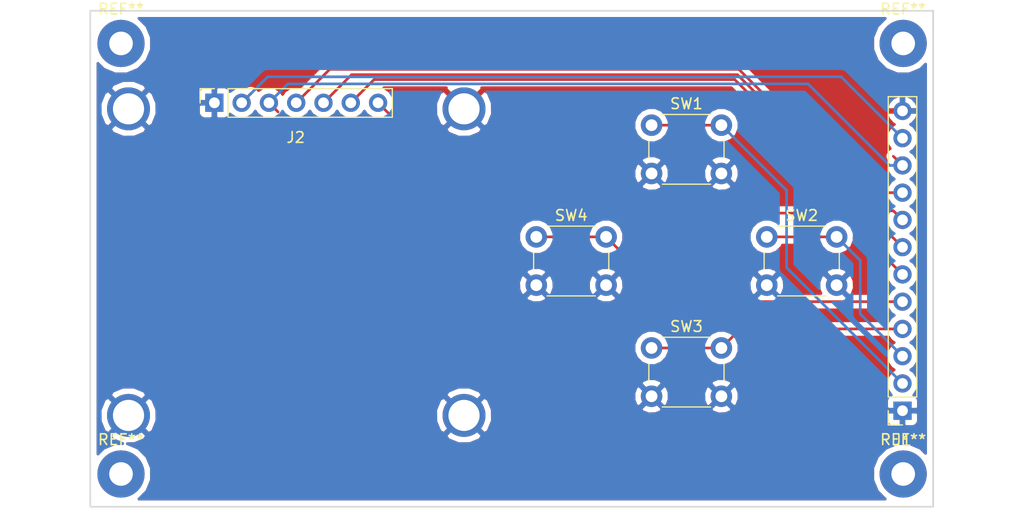
<source format=kicad_pcb>
(kicad_pcb (version 20171130) (host pcbnew "(5.0.0-3-g5ebb6b6)")

  (general
    (thickness 1.6)
    (drawings 4)
    (tracks 46)
    (zones 0)
    (modules 10)
    (nets 12)
  )

  (page A4)
  (layers
    (0 F.Cu signal)
    (31 B.Cu signal)
    (32 B.Adhes user)
    (33 F.Adhes user)
    (34 B.Paste user)
    (35 F.Paste user)
    (36 B.SilkS user)
    (37 F.SilkS user)
    (38 B.Mask user)
    (39 F.Mask user)
    (40 Dwgs.User user)
    (41 Cmts.User user)
    (42 Eco1.User user)
    (43 Eco2.User user)
    (44 Edge.Cuts user)
    (45 Margin user)
    (46 B.CrtYd user)
    (47 F.CrtYd user)
    (48 B.Fab user)
    (49 F.Fab user)
  )

  (setup
    (last_trace_width 0.25)
    (trace_clearance 0.2)
    (zone_clearance 0.508)
    (zone_45_only no)
    (trace_min 0.2)
    (segment_width 0.2)
    (edge_width 0.15)
    (via_size 0.8)
    (via_drill 0.4)
    (via_min_size 0.4)
    (via_min_drill 0.3)
    (uvia_size 0.3)
    (uvia_drill 0.1)
    (uvias_allowed no)
    (uvia_min_size 0.2)
    (uvia_min_drill 0.1)
    (pcb_text_width 0.3)
    (pcb_text_size 1.5 1.5)
    (mod_edge_width 0.15)
    (mod_text_size 1 1)
    (mod_text_width 0.15)
    (pad_size 1.524 1.524)
    (pad_drill 0.762)
    (pad_to_mask_clearance 0.2)
    (aux_axis_origin 0 0)
    (visible_elements FFFFFF7F)
    (pcbplotparams
      (layerselection 0x010fc_ffffffff)
      (usegerberextensions false)
      (usegerberattributes false)
      (usegerberadvancedattributes false)
      (creategerberjobfile false)
      (excludeedgelayer true)
      (linewidth 0.100000)
      (plotframeref false)
      (viasonmask false)
      (mode 1)
      (useauxorigin false)
      (hpglpennumber 1)
      (hpglpenspeed 20)
      (hpglpendiameter 15.000000)
      (psnegative false)
      (psa4output false)
      (plotreference true)
      (plotvalue true)
      (plotinvisibletext false)
      (padsonsilk false)
      (subtractmaskfromsilk false)
      (outputformat 1)
      (mirror false)
      (drillshape 1)
      (scaleselection 1)
      (outputdirectory ""))
  )

  (net 0 "")
  (net 1 GND)
  (net 2 BUTTON_1)
  (net 3 BUTTON_2)
  (net 4 BUTTON_3)
  (net 5 BUTTON_4)
  (net 6 DISPLAY_CS)
  (net 7 DISPLAY_DC)
  (net 8 DISPLAY_RES)
  (net 9 DISPLAY_MOSI)
  (net 10 DISPLAY_CLK)
  (net 11 +5V)

  (net_class Default "This is the default net class."
    (clearance 0.2)
    (trace_width 0.25)
    (via_dia 0.8)
    (via_drill 0.4)
    (uvia_dia 0.3)
    (uvia_drill 0.1)
    (add_net +5V)
    (add_net BUTTON_1)
    (add_net BUTTON_2)
    (add_net BUTTON_3)
    (add_net BUTTON_4)
    (add_net DISPLAY_CLK)
    (add_net DISPLAY_CS)
    (add_net DISPLAY_DC)
    (add_net DISPLAY_MOSI)
    (add_net DISPLAY_RES)
    (add_net GND)
  )

  (module MountingHole:MountingHole_2.2mm_M2_Pad (layer F.Cu) (tedit 56D1B4CB) (tstamp 5BDEA5D5)
    (at 191.516 86.614)
    (descr "Mounting Hole 2.2mm, M2")
    (tags "mounting hole 2.2mm m2")
    (attr virtual)
    (fp_text reference REF** (at 0 -3.2) (layer F.SilkS)
      (effects (font (size 1 1) (thickness 0.15)))
    )
    (fp_text value MountingHole_2.2mm_M2_Pad (at 0 3.2) (layer F.Fab)
      (effects (font (size 1 1) (thickness 0.15)))
    )
    (fp_text user %R (at 0.3 0) (layer F.Fab)
      (effects (font (size 1 1) (thickness 0.15)))
    )
    (fp_circle (center 0 0) (end 2.2 0) (layer Cmts.User) (width 0.15))
    (fp_circle (center 0 0) (end 2.45 0) (layer F.CrtYd) (width 0.05))
    (pad 1 thru_hole circle (at 0 0) (size 4.4 4.4) (drill 2.2) (layers *.Cu *.Mask))
  )

  (module MountingHole:MountingHole_2.2mm_M2_Pad (layer F.Cu) (tedit 56D1B4CB) (tstamp 5BDEA5C7)
    (at 191.516 126.746)
    (descr "Mounting Hole 2.2mm, M2")
    (tags "mounting hole 2.2mm m2")
    (attr virtual)
    (fp_text reference REF** (at 0 -3.2) (layer F.SilkS)
      (effects (font (size 1 1) (thickness 0.15)))
    )
    (fp_text value MountingHole_2.2mm_M2_Pad (at 0 3.2) (layer F.Fab)
      (effects (font (size 1 1) (thickness 0.15)))
    )
    (fp_circle (center 0 0) (end 2.45 0) (layer F.CrtYd) (width 0.05))
    (fp_circle (center 0 0) (end 2.2 0) (layer Cmts.User) (width 0.15))
    (fp_text user %R (at 0.3 0) (layer F.Fab)
      (effects (font (size 1 1) (thickness 0.15)))
    )
    (pad 1 thru_hole circle (at 0 0) (size 4.4 4.4) (drill 2.2) (layers *.Cu *.Mask))
  )

  (module MountingHole:MountingHole_2.2mm_M2_Pad (layer F.Cu) (tedit 56D1B4CB) (tstamp 5BDEA5B9)
    (at 118.6815 126.746)
    (descr "Mounting Hole 2.2mm, M2")
    (tags "mounting hole 2.2mm m2")
    (attr virtual)
    (fp_text reference REF** (at 0 -3.2) (layer F.SilkS)
      (effects (font (size 1 1) (thickness 0.15)))
    )
    (fp_text value MountingHole_2.2mm_M2_Pad (at 0 3.2) (layer F.Fab)
      (effects (font (size 1 1) (thickness 0.15)))
    )
    (fp_text user %R (at 0.3 0) (layer F.Fab)
      (effects (font (size 1 1) (thickness 0.15)))
    )
    (fp_circle (center 0 0) (end 2.2 0) (layer Cmts.User) (width 0.15))
    (fp_circle (center 0 0) (end 2.45 0) (layer F.CrtYd) (width 0.05))
    (pad 1 thru_hole circle (at 0 0) (size 4.4 4.4) (drill 2.2) (layers *.Cu *.Mask))
  )

  (module Connector_PinSocket_2.54mm:PinSocket_1x12_P2.54mm_Vertical (layer F.Cu) (tedit 5A19A41D) (tstamp 5BD16BA9)
    (at 191.4525 120.8445 180)
    (descr "Through hole straight socket strip, 1x12, 2.54mm pitch, single row (from Kicad 4.0.7), script generated")
    (tags "Through hole socket strip THT 1x12 2.54mm single row")
    (path /5BC20729)
    (fp_text reference J1 (at 0 -2.77 180) (layer F.SilkS)
      (effects (font (size 1 1) (thickness 0.15)))
    )
    (fp_text value "Motherboard Connector" (at 0 30.71 180) (layer F.Fab)
      (effects (font (size 1 1) (thickness 0.15)))
    )
    (fp_line (start -1.27 -1.27) (end 0.635 -1.27) (layer F.Fab) (width 0.1))
    (fp_line (start 0.635 -1.27) (end 1.27 -0.635) (layer F.Fab) (width 0.1))
    (fp_line (start 1.27 -0.635) (end 1.27 29.21) (layer F.Fab) (width 0.1))
    (fp_line (start 1.27 29.21) (end -1.27 29.21) (layer F.Fab) (width 0.1))
    (fp_line (start -1.27 29.21) (end -1.27 -1.27) (layer F.Fab) (width 0.1))
    (fp_line (start -1.33 1.27) (end 1.33 1.27) (layer F.SilkS) (width 0.12))
    (fp_line (start -1.33 1.27) (end -1.33 29.27) (layer F.SilkS) (width 0.12))
    (fp_line (start -1.33 29.27) (end 1.33 29.27) (layer F.SilkS) (width 0.12))
    (fp_line (start 1.33 1.27) (end 1.33 29.27) (layer F.SilkS) (width 0.12))
    (fp_line (start 1.33 -1.33) (end 1.33 0) (layer F.SilkS) (width 0.12))
    (fp_line (start 0 -1.33) (end 1.33 -1.33) (layer F.SilkS) (width 0.12))
    (fp_line (start -1.8 -1.8) (end 1.75 -1.8) (layer F.CrtYd) (width 0.05))
    (fp_line (start 1.75 -1.8) (end 1.75 29.7) (layer F.CrtYd) (width 0.05))
    (fp_line (start 1.75 29.7) (end -1.8 29.7) (layer F.CrtYd) (width 0.05))
    (fp_line (start -1.8 29.7) (end -1.8 -1.8) (layer F.CrtYd) (width 0.05))
    (fp_text user %R (at 0 13.97 270) (layer F.Fab)
      (effects (font (size 1 1) (thickness 0.15)))
    )
    (pad 1 thru_hole rect (at 0 0 180) (size 1.7 1.7) (drill 1) (layers *.Cu *.Mask)
      (net 1 GND))
    (pad 2 thru_hole oval (at 0 2.54 180) (size 1.7 1.7) (drill 1) (layers *.Cu *.Mask)
      (net 2 BUTTON_1))
    (pad 3 thru_hole oval (at 0 5.08 180) (size 1.7 1.7) (drill 1) (layers *.Cu *.Mask)
      (net 3 BUTTON_2))
    (pad 4 thru_hole oval (at 0 7.62 180) (size 1.7 1.7) (drill 1) (layers *.Cu *.Mask)
      (net 4 BUTTON_3))
    (pad 5 thru_hole oval (at 0 10.16 180) (size 1.7 1.7) (drill 1) (layers *.Cu *.Mask)
      (net 5 BUTTON_4))
    (pad 6 thru_hole oval (at 0 12.7 180) (size 1.7 1.7) (drill 1) (layers *.Cu *.Mask)
      (net 6 DISPLAY_CS))
    (pad 7 thru_hole oval (at 0 15.24 180) (size 1.7 1.7) (drill 1) (layers *.Cu *.Mask)
      (net 7 DISPLAY_DC))
    (pad 8 thru_hole oval (at 0 17.78 180) (size 1.7 1.7) (drill 1) (layers *.Cu *.Mask)
      (net 8 DISPLAY_RES))
    (pad 9 thru_hole oval (at 0 20.32 180) (size 1.7 1.7) (drill 1) (layers *.Cu *.Mask)
      (net 9 DISPLAY_MOSI))
    (pad 10 thru_hole oval (at 0 22.86 180) (size 1.7 1.7) (drill 1) (layers *.Cu *.Mask)
      (net 10 DISPLAY_CLK))
    (pad 11 thru_hole oval (at 0 25.4 180) (size 1.7 1.7) (drill 1) (layers *.Cu *.Mask)
      (net 11 +5V))
    (pad 12 thru_hole oval (at 0 27.94 180) (size 1.7 1.7) (drill 1) (layers *.Cu *.Mask)
      (net 1 GND))
    (model ${KISYS3DMOD}/Connector_PinSocket_2.54mm.3dshapes/PinSocket_1x12_P2.54mm_Vertical.wrl
      (at (xyz 0 0 0))
      (scale (xyz 1 1 1))
      (rotate (xyz 0 0 0))
    )
  )

  (module Button_Switch_THT:SW_PUSH_6mm_H9.5mm (layer F.Cu) (tedit 5A02FE31) (tstamp 5BD16F6D)
    (at 168.0845 94.234)
    (descr "tactile push button, 6x6mm e.g. PHAP33xx series, height=9.5mm")
    (tags "tact sw push 6mm")
    (path /5BC40E57)
    (fp_text reference SW1 (at 3.25 -2) (layer F.SilkS)
      (effects (font (size 1 1) (thickness 0.15)))
    )
    (fp_text value SW_Push (at 3.75 6.7) (layer F.Fab)
      (effects (font (size 1 1) (thickness 0.15)))
    )
    (fp_text user %R (at 3.25 2.25) (layer F.Fab)
      (effects (font (size 1 1) (thickness 0.15)))
    )
    (fp_line (start 3.25 -0.75) (end 6.25 -0.75) (layer F.Fab) (width 0.1))
    (fp_line (start 6.25 -0.75) (end 6.25 5.25) (layer F.Fab) (width 0.1))
    (fp_line (start 6.25 5.25) (end 0.25 5.25) (layer F.Fab) (width 0.1))
    (fp_line (start 0.25 5.25) (end 0.25 -0.75) (layer F.Fab) (width 0.1))
    (fp_line (start 0.25 -0.75) (end 3.25 -0.75) (layer F.Fab) (width 0.1))
    (fp_line (start 7.75 6) (end 8 6) (layer F.CrtYd) (width 0.05))
    (fp_line (start 8 6) (end 8 5.75) (layer F.CrtYd) (width 0.05))
    (fp_line (start 7.75 -1.5) (end 8 -1.5) (layer F.CrtYd) (width 0.05))
    (fp_line (start 8 -1.5) (end 8 -1.25) (layer F.CrtYd) (width 0.05))
    (fp_line (start -1.5 -1.25) (end -1.5 -1.5) (layer F.CrtYd) (width 0.05))
    (fp_line (start -1.5 -1.5) (end -1.25 -1.5) (layer F.CrtYd) (width 0.05))
    (fp_line (start -1.5 5.75) (end -1.5 6) (layer F.CrtYd) (width 0.05))
    (fp_line (start -1.5 6) (end -1.25 6) (layer F.CrtYd) (width 0.05))
    (fp_line (start -1.25 -1.5) (end 7.75 -1.5) (layer F.CrtYd) (width 0.05))
    (fp_line (start -1.5 5.75) (end -1.5 -1.25) (layer F.CrtYd) (width 0.05))
    (fp_line (start 7.75 6) (end -1.25 6) (layer F.CrtYd) (width 0.05))
    (fp_line (start 8 -1.25) (end 8 5.75) (layer F.CrtYd) (width 0.05))
    (fp_line (start 1 5.5) (end 5.5 5.5) (layer F.SilkS) (width 0.12))
    (fp_line (start -0.25 1.5) (end -0.25 3) (layer F.SilkS) (width 0.12))
    (fp_line (start 5.5 -1) (end 1 -1) (layer F.SilkS) (width 0.12))
    (fp_line (start 6.75 3) (end 6.75 1.5) (layer F.SilkS) (width 0.12))
    (fp_circle (center 3.25 2.25) (end 1.25 2.5) (layer F.Fab) (width 0.1))
    (pad 2 thru_hole circle (at 0 4.5 90) (size 2 2) (drill 1.1) (layers *.Cu *.Mask)
      (net 1 GND))
    (pad 1 thru_hole circle (at 0 0 90) (size 2 2) (drill 1.1) (layers *.Cu *.Mask)
      (net 2 BUTTON_1))
    (pad 2 thru_hole circle (at 6.5 4.5 90) (size 2 2) (drill 1.1) (layers *.Cu *.Mask)
      (net 1 GND))
    (pad 1 thru_hole circle (at 6.5 0 90) (size 2 2) (drill 1.1) (layers *.Cu *.Mask)
      (net 2 BUTTON_1))
    (model ${KISYS3DMOD}/Button_Switch_THT.3dshapes/SW_PUSH_6mm_H9.5mm.wrl
      (at (xyz 0 0 0))
      (scale (xyz 1 1 1))
      (rotate (xyz 0 0 0))
    )
  )

  (module Button_Switch_THT:SW_PUSH_6mm_H9.5mm (layer F.Cu) (tedit 5A02FE31) (tstamp 5BD16E3D)
    (at 178.816 104.6445)
    (descr "tactile push button, 6x6mm e.g. PHAP33xx series, height=9.5mm")
    (tags "tact sw push 6mm")
    (path /5BC40CEA)
    (fp_text reference SW2 (at 3.25 -2) (layer F.SilkS)
      (effects (font (size 1 1) (thickness 0.15)))
    )
    (fp_text value SW_Push (at 3.75 6.7) (layer F.Fab)
      (effects (font (size 1 1) (thickness 0.15)))
    )
    (fp_text user %R (at 3.25 2.25) (layer F.Fab)
      (effects (font (size 1 1) (thickness 0.15)))
    )
    (fp_line (start 3.25 -0.75) (end 6.25 -0.75) (layer F.Fab) (width 0.1))
    (fp_line (start 6.25 -0.75) (end 6.25 5.25) (layer F.Fab) (width 0.1))
    (fp_line (start 6.25 5.25) (end 0.25 5.25) (layer F.Fab) (width 0.1))
    (fp_line (start 0.25 5.25) (end 0.25 -0.75) (layer F.Fab) (width 0.1))
    (fp_line (start 0.25 -0.75) (end 3.25 -0.75) (layer F.Fab) (width 0.1))
    (fp_line (start 7.75 6) (end 8 6) (layer F.CrtYd) (width 0.05))
    (fp_line (start 8 6) (end 8 5.75) (layer F.CrtYd) (width 0.05))
    (fp_line (start 7.75 -1.5) (end 8 -1.5) (layer F.CrtYd) (width 0.05))
    (fp_line (start 8 -1.5) (end 8 -1.25) (layer F.CrtYd) (width 0.05))
    (fp_line (start -1.5 -1.25) (end -1.5 -1.5) (layer F.CrtYd) (width 0.05))
    (fp_line (start -1.5 -1.5) (end -1.25 -1.5) (layer F.CrtYd) (width 0.05))
    (fp_line (start -1.5 5.75) (end -1.5 6) (layer F.CrtYd) (width 0.05))
    (fp_line (start -1.5 6) (end -1.25 6) (layer F.CrtYd) (width 0.05))
    (fp_line (start -1.25 -1.5) (end 7.75 -1.5) (layer F.CrtYd) (width 0.05))
    (fp_line (start -1.5 5.75) (end -1.5 -1.25) (layer F.CrtYd) (width 0.05))
    (fp_line (start 7.75 6) (end -1.25 6) (layer F.CrtYd) (width 0.05))
    (fp_line (start 8 -1.25) (end 8 5.75) (layer F.CrtYd) (width 0.05))
    (fp_line (start 1 5.5) (end 5.5 5.5) (layer F.SilkS) (width 0.12))
    (fp_line (start -0.25 1.5) (end -0.25 3) (layer F.SilkS) (width 0.12))
    (fp_line (start 5.5 -1) (end 1 -1) (layer F.SilkS) (width 0.12))
    (fp_line (start 6.75 3) (end 6.75 1.5) (layer F.SilkS) (width 0.12))
    (fp_circle (center 3.25 2.25) (end 1.25 2.5) (layer F.Fab) (width 0.1))
    (pad 2 thru_hole circle (at 0 4.5 90) (size 2 2) (drill 1.1) (layers *.Cu *.Mask)
      (net 1 GND))
    (pad 1 thru_hole circle (at 0 0 90) (size 2 2) (drill 1.1) (layers *.Cu *.Mask)
      (net 3 BUTTON_2))
    (pad 2 thru_hole circle (at 6.5 4.5 90) (size 2 2) (drill 1.1) (layers *.Cu *.Mask)
      (net 1 GND))
    (pad 1 thru_hole circle (at 6.5 0 90) (size 2 2) (drill 1.1) (layers *.Cu *.Mask)
      (net 3 BUTTON_2))
    (model ${KISYS3DMOD}/Button_Switch_THT.3dshapes/SW_PUSH_6mm_H9.5mm.wrl
      (at (xyz 0 0 0))
      (scale (xyz 1 1 1))
      (rotate (xyz 0 0 0))
    )
  )

  (module Button_Switch_THT:SW_PUSH_6mm_H9.5mm (layer F.Cu) (tedit 5A02FE31) (tstamp 5BD16C21)
    (at 168.0845 114.9985)
    (descr "tactile push button, 6x6mm e.g. PHAP33xx series, height=9.5mm")
    (tags "tact sw push 6mm")
    (path /5BC40E2B)
    (fp_text reference SW3 (at 3.25 -2) (layer F.SilkS)
      (effects (font (size 1 1) (thickness 0.15)))
    )
    (fp_text value SW_Push (at 3.75 6.7) (layer F.Fab)
      (effects (font (size 1 1) (thickness 0.15)))
    )
    (fp_circle (center 3.25 2.25) (end 1.25 2.5) (layer F.Fab) (width 0.1))
    (fp_line (start 6.75 3) (end 6.75 1.5) (layer F.SilkS) (width 0.12))
    (fp_line (start 5.5 -1) (end 1 -1) (layer F.SilkS) (width 0.12))
    (fp_line (start -0.25 1.5) (end -0.25 3) (layer F.SilkS) (width 0.12))
    (fp_line (start 1 5.5) (end 5.5 5.5) (layer F.SilkS) (width 0.12))
    (fp_line (start 8 -1.25) (end 8 5.75) (layer F.CrtYd) (width 0.05))
    (fp_line (start 7.75 6) (end -1.25 6) (layer F.CrtYd) (width 0.05))
    (fp_line (start -1.5 5.75) (end -1.5 -1.25) (layer F.CrtYd) (width 0.05))
    (fp_line (start -1.25 -1.5) (end 7.75 -1.5) (layer F.CrtYd) (width 0.05))
    (fp_line (start -1.5 6) (end -1.25 6) (layer F.CrtYd) (width 0.05))
    (fp_line (start -1.5 5.75) (end -1.5 6) (layer F.CrtYd) (width 0.05))
    (fp_line (start -1.5 -1.5) (end -1.25 -1.5) (layer F.CrtYd) (width 0.05))
    (fp_line (start -1.5 -1.25) (end -1.5 -1.5) (layer F.CrtYd) (width 0.05))
    (fp_line (start 8 -1.5) (end 8 -1.25) (layer F.CrtYd) (width 0.05))
    (fp_line (start 7.75 -1.5) (end 8 -1.5) (layer F.CrtYd) (width 0.05))
    (fp_line (start 8 6) (end 8 5.75) (layer F.CrtYd) (width 0.05))
    (fp_line (start 7.75 6) (end 8 6) (layer F.CrtYd) (width 0.05))
    (fp_line (start 0.25 -0.75) (end 3.25 -0.75) (layer F.Fab) (width 0.1))
    (fp_line (start 0.25 5.25) (end 0.25 -0.75) (layer F.Fab) (width 0.1))
    (fp_line (start 6.25 5.25) (end 0.25 5.25) (layer F.Fab) (width 0.1))
    (fp_line (start 6.25 -0.75) (end 6.25 5.25) (layer F.Fab) (width 0.1))
    (fp_line (start 3.25 -0.75) (end 6.25 -0.75) (layer F.Fab) (width 0.1))
    (fp_text user %R (at 3.25 2.25) (layer F.Fab)
      (effects (font (size 1 1) (thickness 0.15)))
    )
    (pad 1 thru_hole circle (at 6.5 0 90) (size 2 2) (drill 1.1) (layers *.Cu *.Mask)
      (net 4 BUTTON_3))
    (pad 2 thru_hole circle (at 6.5 4.5 90) (size 2 2) (drill 1.1) (layers *.Cu *.Mask)
      (net 1 GND))
    (pad 1 thru_hole circle (at 0 0 90) (size 2 2) (drill 1.1) (layers *.Cu *.Mask)
      (net 4 BUTTON_3))
    (pad 2 thru_hole circle (at 0 4.5 90) (size 2 2) (drill 1.1) (layers *.Cu *.Mask)
      (net 1 GND))
    (model ${KISYS3DMOD}/Button_Switch_THT.3dshapes/SW_PUSH_6mm_H9.5mm.wrl
      (at (xyz 0 0 0))
      (scale (xyz 1 1 1))
      (rotate (xyz 0 0 0))
    )
  )

  (module Button_Switch_THT:SW_PUSH_6mm_H9.5mm (layer F.Cu) (tedit 5A02FE31) (tstamp 5BD16C40)
    (at 157.353 104.6445)
    (descr "tactile push button, 6x6mm e.g. PHAP33xx series, height=9.5mm")
    (tags "tact sw push 6mm")
    (path /5BC40E8C)
    (fp_text reference SW4 (at 3.25 -2) (layer F.SilkS)
      (effects (font (size 1 1) (thickness 0.15)))
    )
    (fp_text value SW_Push (at 3.75 6.7) (layer F.Fab)
      (effects (font (size 1 1) (thickness 0.15)))
    )
    (fp_circle (center 3.25 2.25) (end 1.25 2.5) (layer F.Fab) (width 0.1))
    (fp_line (start 6.75 3) (end 6.75 1.5) (layer F.SilkS) (width 0.12))
    (fp_line (start 5.5 -1) (end 1 -1) (layer F.SilkS) (width 0.12))
    (fp_line (start -0.25 1.5) (end -0.25 3) (layer F.SilkS) (width 0.12))
    (fp_line (start 1 5.5) (end 5.5 5.5) (layer F.SilkS) (width 0.12))
    (fp_line (start 8 -1.25) (end 8 5.75) (layer F.CrtYd) (width 0.05))
    (fp_line (start 7.75 6) (end -1.25 6) (layer F.CrtYd) (width 0.05))
    (fp_line (start -1.5 5.75) (end -1.5 -1.25) (layer F.CrtYd) (width 0.05))
    (fp_line (start -1.25 -1.5) (end 7.75 -1.5) (layer F.CrtYd) (width 0.05))
    (fp_line (start -1.5 6) (end -1.25 6) (layer F.CrtYd) (width 0.05))
    (fp_line (start -1.5 5.75) (end -1.5 6) (layer F.CrtYd) (width 0.05))
    (fp_line (start -1.5 -1.5) (end -1.25 -1.5) (layer F.CrtYd) (width 0.05))
    (fp_line (start -1.5 -1.25) (end -1.5 -1.5) (layer F.CrtYd) (width 0.05))
    (fp_line (start 8 -1.5) (end 8 -1.25) (layer F.CrtYd) (width 0.05))
    (fp_line (start 7.75 -1.5) (end 8 -1.5) (layer F.CrtYd) (width 0.05))
    (fp_line (start 8 6) (end 8 5.75) (layer F.CrtYd) (width 0.05))
    (fp_line (start 7.75 6) (end 8 6) (layer F.CrtYd) (width 0.05))
    (fp_line (start 0.25 -0.75) (end 3.25 -0.75) (layer F.Fab) (width 0.1))
    (fp_line (start 0.25 5.25) (end 0.25 -0.75) (layer F.Fab) (width 0.1))
    (fp_line (start 6.25 5.25) (end 0.25 5.25) (layer F.Fab) (width 0.1))
    (fp_line (start 6.25 -0.75) (end 6.25 5.25) (layer F.Fab) (width 0.1))
    (fp_line (start 3.25 -0.75) (end 6.25 -0.75) (layer F.Fab) (width 0.1))
    (fp_text user %R (at 3.25 2.25) (layer F.Fab)
      (effects (font (size 1 1) (thickness 0.15)))
    )
    (pad 1 thru_hole circle (at 6.5 0 90) (size 2 2) (drill 1.1) (layers *.Cu *.Mask)
      (net 5 BUTTON_4))
    (pad 2 thru_hole circle (at 6.5 4.5 90) (size 2 2) (drill 1.1) (layers *.Cu *.Mask)
      (net 1 GND))
    (pad 1 thru_hole circle (at 0 0 90) (size 2 2) (drill 1.1) (layers *.Cu *.Mask)
      (net 5 BUTTON_4))
    (pad 2 thru_hole circle (at 0 4.5 90) (size 2 2) (drill 1.1) (layers *.Cu *.Mask)
      (net 1 GND))
    (model ${KISYS3DMOD}/Button_Switch_THT.3dshapes/SW_PUSH_6mm_H9.5mm.wrl
      (at (xyz 0 0 0))
      (scale (xyz 1 1 1))
      (rotate (xyz 0 0 0))
    )
  )

  (module OLED:OLED (layer F.Cu) (tedit 5BC413BA) (tstamp 5BDE9682)
    (at 135.001 90.297)
    (descr "Through hole straight socket strip, 1x07, 2.54mm pitch, single row (from Kicad 4.0.7), script generated")
    (tags "Through hole socket strip THT 1x07 2.54mm single row")
    (path /5BC4101E)
    (fp_text reference J2 (at -0.0508 5.08 180) (layer F.SilkS)
      (effects (font (size 1 1) (thickness 0.15)))
    )
    (fp_text value "SPI 128x64 SSH1106 OLED" (at 0 8.509 180) (layer F.Fab)
      (effects (font (size 1 1) (thickness 0.15)))
    )
    (fp_line (start -8.894126 3.134063) (end -8.894126 1.229063) (layer F.Fab) (width 0.1))
    (fp_line (start -8.894126 1.229063) (end -8.259126 0.594063) (layer F.Fab) (width 0.1))
    (fp_line (start -8.259126 0.594063) (end 8.885874 0.594063) (layer F.Fab) (width 0.1))
    (fp_line (start 8.885874 0.594063) (end 8.885874 3.134063) (layer F.Fab) (width 0.1))
    (fp_line (start 8.885874 3.134063) (end -8.894126 3.134063) (layer F.Fab) (width 0.1))
    (fp_line (start -6.354126 3.194063) (end -6.354126 0.534063) (layer F.SilkS) (width 0.12))
    (fp_line (start -6.354126 3.194063) (end 8.945874 3.194063) (layer F.SilkS) (width 0.12))
    (fp_line (start 8.945874 3.194063) (end 8.945874 0.534063) (layer F.SilkS) (width 0.12))
    (fp_line (start -6.354126 0.534063) (end 8.945874 0.534063) (layer F.SilkS) (width 0.12))
    (fp_line (start -8.954126 0.534063) (end -7.624126 0.534063) (layer F.SilkS) (width 0.12))
    (fp_line (start -8.954126 1.864063) (end -8.954126 0.534063) (layer F.SilkS) (width 0.12))
    (fp_line (start -18 0) (end 18 0) (layer F.CrtYd) (width 0.15))
    (fp_line (start -18 33.37) (end 18 33.37) (layer F.CrtYd) (width 0.15))
    (fp_line (start 18 0) (end 18 33.37) (layer F.CrtYd) (width 0.15))
    (fp_line (start -18 0) (end -18 33.37) (layer F.CrtYd) (width 0.15))
    (fp_line (start 17.5 5.86) (end 17.5 28.86) (layer F.Fab) (width 0.15))
    (fp_line (start -17.5 5.86) (end -17.5 28.86) (layer F.Fab) (width 0.15))
    (fp_line (start -17.5 28.86) (end 17.5 28.86) (layer F.Fab) (width 0.15))
    (fp_line (start -17.5 5.86) (end 17.5 5.86) (layer F.Fab) (width 0.15))
    (pad 1 thru_hole rect (at -7.624126 1.85 90) (size 1.7 1.7) (drill 1) (layers *.Cu *.Mask)
      (net 1 GND))
    (pad 2 thru_hole oval (at -5.084126 1.85 90) (size 1.7 1.7) (drill 1) (layers *.Cu *.Mask)
      (net 11 +5V))
    (pad 3 thru_hole oval (at -2.544126 1.85 90) (size 1.7 1.7) (drill 1) (layers *.Cu *.Mask)
      (net 10 DISPLAY_CLK))
    (pad 4 thru_hole oval (at -0.004126 1.85 90) (size 1.7 1.7) (drill 1) (layers *.Cu *.Mask)
      (net 9 DISPLAY_MOSI))
    (pad 5 thru_hole oval (at 2.535874 1.85 90) (size 1.7 1.7) (drill 1) (layers *.Cu *.Mask)
      (net 8 DISPLAY_RES))
    (pad 6 thru_hole oval (at 5.075874 1.85 90) (size 1.7 1.7) (drill 1) (layers *.Cu *.Mask)
      (net 7 DISPLAY_DC))
    (pad 7 thru_hole oval (at 7.615874 1.85 90) (size 1.7 1.7) (drill 1) (layers *.Cu *.Mask)
      (net 6 DISPLAY_CS))
    (pad 1 thru_hole circle (at 15.621 2.413) (size 4 4) (drill 2.9) (layers *.Cu *.Mask)
      (net 1 GND))
    (pad 1 thru_hole circle (at 15.621 30.988) (size 4 4) (drill 2.9) (layers *.Cu *.Mask)
      (net 1 GND))
    (pad 1 thru_hole circle (at -15.621 2.413) (size 4 4) (drill 2.9) (layers *.Cu *.Mask)
      (net 1 GND))
    (pad 1 thru_hole circle (at -15.621 30.988) (size 4 4) (drill 2.9) (layers *.Cu *.Mask)
      (net 1 GND))
    (model ${KISYS3DMOD}/Connector_PinSocket_2.54mm.3dshapes/PinSocket_1x07_P2.54mm_Vertical.wrl
      (at (xyz 0 0 0))
      (scale (xyz 1 1 1))
      (rotate (xyz 0 0 0))
    )
  )

  (module MountingHole:MountingHole_2.2mm_M2_Pad (layer F.Cu) (tedit 56D1B4CB) (tstamp 5BDEA5B7)
    (at 118.6815 86.614)
    (descr "Mounting Hole 2.2mm, M2")
    (tags "mounting hole 2.2mm m2")
    (attr virtual)
    (fp_text reference REF** (at 0 -3.2) (layer F.SilkS)
      (effects (font (size 1 1) (thickness 0.15)))
    )
    (fp_text value MountingHole_2.2mm_M2_Pad (at 0 3.2) (layer F.Fab)
      (effects (font (size 1 1) (thickness 0.15)))
    )
    (fp_circle (center 0 0) (end 2.45 0) (layer F.CrtYd) (width 0.05))
    (fp_circle (center 0 0) (end 2.2 0) (layer Cmts.User) (width 0.15))
    (fp_text user %R (at 0.3 0) (layer F.Fab)
      (effects (font (size 1 1) (thickness 0.15)))
    )
    (pad 1 thru_hole circle (at 0 0) (size 4.4 4.4) (drill 2.2) (layers *.Cu *.Mask))
  )

  (gr_line (start 115.824 129.794) (end 115.824 83.566) (layer Edge.Cuts) (width 0.15))
  (gr_line (start 194.31 129.794) (end 115.824 129.794) (layer Edge.Cuts) (width 0.15))
  (gr_line (start 194.31 83.566) (end 194.31 129.794) (layer Edge.Cuts) (width 0.15))
  (gr_line (start 115.824 83.566) (end 194.31 83.566) (layer Edge.Cuts) (width 0.15))

  (segment (start 175.584499 95.233999) (end 174.5845 94.234) (width 0.25) (layer B.Cu) (net 2))
  (segment (start 180.6575 100.307) (end 175.584499 95.233999) (width 0.25) (layer B.Cu) (net 2))
  (segment (start 180.6575 107.5095) (end 180.6575 100.307) (width 0.25) (layer B.Cu) (net 2))
  (segment (start 191.4525 118.3045) (end 180.6575 107.5095) (width 0.25) (layer B.Cu) (net 2))
  (segment (start 173.170287 94.234) (end 168.0845 94.234) (width 0.25) (layer F.Cu) (net 2))
  (segment (start 174.5845 94.234) (end 173.170287 94.234) (width 0.25) (layer F.Cu) (net 2))
  (segment (start 186.315999 105.644499) (end 185.316 104.6445) (width 0.25) (layer B.Cu) (net 3))
  (segment (start 187.5155 106.844) (end 186.315999 105.644499) (width 0.25) (layer B.Cu) (net 3))
  (segment (start 187.5155 111.8275) (end 187.5155 106.844) (width 0.25) (layer B.Cu) (net 3))
  (segment (start 191.4525 115.7645) (end 187.5155 111.8275) (width 0.25) (layer B.Cu) (net 3))
  (segment (start 185.316 104.6445) (end 178.816 104.6445) (width 0.25) (layer F.Cu) (net 3))
  (segment (start 176.3585 113.2245) (end 174.5845 114.9985) (width 0.25) (layer F.Cu) (net 4))
  (segment (start 191.4525 113.2245) (end 176.3585 113.2245) (width 0.25) (layer F.Cu) (net 4))
  (segment (start 174.5845 114.9985) (end 167.4495 114.9985) (width 0.25) (layer F.Cu) (net 4))
  (segment (start 169.893 110.6845) (end 163.853 104.6445) (width 0.25) (layer F.Cu) (net 5))
  (segment (start 191.4525 110.6845) (end 169.893 110.6845) (width 0.25) (layer F.Cu) (net 5))
  (segment (start 163.853 104.6445) (end 157.353 104.6445) (width 0.25) (layer F.Cu) (net 5))
  (segment (start 191.4525 108.1445) (end 185.7375 102.4295) (width 0.25) (layer F.Cu) (net 6))
  (segment (start 152.899374 102.4295) (end 142.616874 92.147) (width 0.25) (layer F.Cu) (net 6))
  (segment (start 185.7375 102.4295) (end 152.899374 102.4295) (width 0.25) (layer F.Cu) (net 6))
  (segment (start 142.244374 89.9795) (end 140.926873 91.297001) (width 0.25) (layer F.Cu) (net 7))
  (segment (start 175.8275 89.9795) (end 142.244374 89.9795) (width 0.25) (layer F.Cu) (net 7))
  (segment (start 140.926873 91.297001) (end 140.076874 92.147) (width 0.25) (layer F.Cu) (net 7))
  (segment (start 191.4525 105.6045) (end 175.8275 89.9795) (width 0.25) (layer F.Cu) (net 7))
  (segment (start 190.602501 102.214501) (end 188.765001 102.214501) (width 0.25) (layer F.Cu) (net 8))
  (segment (start 191.4525 103.0645) (end 190.602501 102.214501) (width 0.25) (layer F.Cu) (net 8))
  (segment (start 140.154384 89.52949) (end 138.386873 91.297001) (width 0.25) (layer F.Cu) (net 8))
  (segment (start 176.07999 89.52949) (end 140.154384 89.52949) (width 0.25) (layer F.Cu) (net 8))
  (segment (start 138.386873 91.297001) (end 137.536874 92.147) (width 0.25) (layer F.Cu) (net 8))
  (segment (start 188.765001 102.214501) (end 176.07999 89.52949) (width 0.25) (layer F.Cu) (net 8))
  (segment (start 191.4525 100.5245) (end 187.71141 100.5245) (width 0.25) (layer F.Cu) (net 9))
  (segment (start 187.71141 100.5245) (end 176.21391 89.027) (width 0.25) (layer F.Cu) (net 9))
  (segment (start 138.116874 89.027) (end 134.996874 92.147) (width 0.25) (layer F.Cu) (net 9))
  (segment (start 176.21391 89.027) (end 138.116874 89.027) (width 0.25) (layer F.Cu) (net 9))
  (segment (start 133.306873 92.996999) (end 132.456874 92.147) (width 0.25) (layer F.Cu) (net 10))
  (segment (start 191.4525 97.9845) (end 190.602501 97.134501) (width 0.25) (layer F.Cu) (net 10))
  (segment (start 133.306873 91.297001) (end 132.456874 92.147) (width 0.25) (layer B.Cu) (net 10))
  (segment (start 182.650918 90.384999) (end 134.218875 90.384999) (width 0.25) (layer B.Cu) (net 10))
  (segment (start 190.250419 97.9845) (end 182.650918 90.384999) (width 0.25) (layer B.Cu) (net 10))
  (segment (start 134.218875 90.384999) (end 133.306873 91.297001) (width 0.25) (layer B.Cu) (net 10))
  (segment (start 191.4525 97.9845) (end 190.250419 97.9845) (width 0.25) (layer B.Cu) (net 10))
  (segment (start 130.766873 91.297001) (end 129.916874 92.147) (width 0.25) (layer F.Cu) (net 11))
  (segment (start 132.338374 89.7255) (end 130.766873 91.297001) (width 0.25) (layer B.Cu) (net 11))
  (segment (start 185.7335 89.7255) (end 132.338374 89.7255) (width 0.25) (layer B.Cu) (net 11))
  (segment (start 130.766873 91.297001) (end 129.916874 92.147) (width 0.25) (layer B.Cu) (net 11))
  (segment (start 191.4525 95.4445) (end 185.7335 89.7255) (width 0.25) (layer B.Cu) (net 11))

  (zone (net 1) (net_name GND) (layer F.Cu) (tstamp 0) (hatch edge 0.508)
    (connect_pads (clearance 0.508))
    (min_thickness 0.254)
    (fill yes (arc_segments 16) (thermal_gap 0.508) (thermal_bridge_width 0.508))
    (polygon
      (pts
        (xy 115.316 83.058) (xy 194.564 83.058) (xy 194.564 130.048) (xy 115.57 130.048)
      )
    )
    (filled_polygon
      (pts
        (xy 189.112603 85.008101) (xy 188.681 86.050083) (xy 188.681 87.177917) (xy 189.112603 88.219899) (xy 189.910101 89.017397)
        (xy 190.952083 89.449) (xy 192.079917 89.449) (xy 193.121899 89.017397) (xy 193.6 88.539296) (xy 193.600001 124.820705)
        (xy 193.121899 124.342603) (xy 192.079917 123.911) (xy 190.952083 123.911) (xy 189.910101 124.342603) (xy 189.112603 125.140101)
        (xy 188.681 126.182083) (xy 188.681 127.309917) (xy 189.112603 128.351899) (xy 189.844704 129.084) (xy 120.352796 129.084)
        (xy 121.084897 128.351899) (xy 121.5165 127.309917) (xy 121.5165 126.182083) (xy 121.084897 125.140101) (xy 120.287399 124.342603)
        (xy 119.269491 123.920972) (xy 119.925247 123.915713) (xy 120.854647 123.530743) (xy 121.075416 123.160022) (xy 148.926584 123.160022)
        (xy 149.147353 123.530743) (xy 150.119012 123.924119) (xy 151.167247 123.915713) (xy 152.096647 123.530743) (xy 152.317416 123.160022)
        (xy 150.622 121.464605) (xy 148.926584 123.160022) (xy 121.075416 123.160022) (xy 119.38 121.464605) (xy 117.684584 123.160022)
        (xy 117.905353 123.530743) (xy 118.844607 123.911) (xy 118.117583 123.911) (xy 117.075601 124.342603) (xy 116.534 124.884204)
        (xy 116.534 120.782012) (xy 116.740881 120.782012) (xy 116.749287 121.830247) (xy 117.134257 122.759647) (xy 117.504978 122.980416)
        (xy 119.200395 121.285) (xy 119.559605 121.285) (xy 121.255022 122.980416) (xy 121.625743 122.759647) (xy 122.019119 121.787988)
        (xy 122.011052 120.782012) (xy 147.982881 120.782012) (xy 147.991287 121.830247) (xy 148.376257 122.759647) (xy 148.746978 122.980416)
        (xy 150.442395 121.285) (xy 150.801605 121.285) (xy 152.497022 122.980416) (xy 152.867743 122.759647) (xy 153.261119 121.787988)
        (xy 153.252713 120.739753) (xy 153.215964 120.651032) (xy 167.111573 120.651032) (xy 167.210236 120.917887) (xy 167.819961 121.144408)
        (xy 168.46996 121.120356) (xy 168.958764 120.917887) (xy 169.057427 120.651032) (xy 173.611573 120.651032) (xy 173.710236 120.917887)
        (xy 174.319961 121.144408) (xy 174.702577 121.13025) (xy 189.9675 121.13025) (xy 189.9675 121.82081) (xy 190.064173 122.054199)
        (xy 190.242802 122.232827) (xy 190.476191 122.3295) (xy 191.16675 122.3295) (xy 191.3255 122.17075) (xy 191.3255 120.9715)
        (xy 191.5795 120.9715) (xy 191.5795 122.17075) (xy 191.73825 122.3295) (xy 192.428809 122.3295) (xy 192.662198 122.232827)
        (xy 192.840827 122.054199) (xy 192.9375 121.82081) (xy 192.9375 121.13025) (xy 192.77875 120.9715) (xy 191.5795 120.9715)
        (xy 191.3255 120.9715) (xy 190.12625 120.9715) (xy 189.9675 121.13025) (xy 174.702577 121.13025) (xy 174.96996 121.120356)
        (xy 175.458764 120.917887) (xy 175.557427 120.651032) (xy 174.5845 119.678105) (xy 173.611573 120.651032) (xy 169.057427 120.651032)
        (xy 168.0845 119.678105) (xy 167.111573 120.651032) (xy 153.215964 120.651032) (xy 152.867743 119.810353) (xy 152.497022 119.589584)
        (xy 150.801605 121.285) (xy 150.442395 121.285) (xy 148.746978 119.589584) (xy 148.376257 119.810353) (xy 147.982881 120.782012)
        (xy 122.011052 120.782012) (xy 122.010713 120.739753) (xy 121.625743 119.810353) (xy 121.255022 119.589584) (xy 119.559605 121.285)
        (xy 119.200395 121.285) (xy 117.504978 119.589584) (xy 117.134257 119.810353) (xy 116.740881 120.782012) (xy 116.534 120.782012)
        (xy 116.534 119.409978) (xy 117.684584 119.409978) (xy 119.38 121.105395) (xy 121.075416 119.409978) (xy 148.926584 119.409978)
        (xy 150.622 121.105395) (xy 152.317416 119.409978) (xy 152.212596 119.233961) (xy 166.438592 119.233961) (xy 166.462644 119.88396)
        (xy 166.665113 120.372764) (xy 166.931968 120.471427) (xy 167.904895 119.4985) (xy 168.264105 119.4985) (xy 169.237032 120.471427)
        (xy 169.503887 120.372764) (xy 169.730408 119.763039) (xy 169.710831 119.233961) (xy 172.938592 119.233961) (xy 172.962644 119.88396)
        (xy 173.165113 120.372764) (xy 173.431968 120.471427) (xy 174.404895 119.4985) (xy 174.764105 119.4985) (xy 175.737032 120.471427)
        (xy 176.003887 120.372764) (xy 176.230408 119.763039) (xy 176.206356 119.11304) (xy 176.003887 118.624236) (xy 175.737032 118.525573)
        (xy 174.764105 119.4985) (xy 174.404895 119.4985) (xy 173.431968 118.525573) (xy 173.165113 118.624236) (xy 172.938592 119.233961)
        (xy 169.710831 119.233961) (xy 169.706356 119.11304) (xy 169.503887 118.624236) (xy 169.237032 118.525573) (xy 168.264105 119.4985)
        (xy 167.904895 119.4985) (xy 166.931968 118.525573) (xy 166.665113 118.624236) (xy 166.438592 119.233961) (xy 152.212596 119.233961)
        (xy 152.096647 119.039257) (xy 151.124988 118.645881) (xy 150.076753 118.654287) (xy 149.147353 119.039257) (xy 148.926584 119.409978)
        (xy 121.075416 119.409978) (xy 120.854647 119.039257) (xy 119.882988 118.645881) (xy 118.834753 118.654287) (xy 117.905353 119.039257)
        (xy 117.684584 119.409978) (xy 116.534 119.409978) (xy 116.534 118.345968) (xy 167.111573 118.345968) (xy 168.0845 119.318895)
        (xy 169.057427 118.345968) (xy 173.611573 118.345968) (xy 174.5845 119.318895) (xy 175.557427 118.345968) (xy 175.458764 118.079113)
        (xy 174.849039 117.852592) (xy 174.19904 117.876644) (xy 173.710236 118.079113) (xy 173.611573 118.345968) (xy 169.057427 118.345968)
        (xy 168.958764 118.079113) (xy 168.349039 117.852592) (xy 167.69904 117.876644) (xy 167.210236 118.079113) (xy 167.111573 118.345968)
        (xy 116.534 118.345968) (xy 116.534 110.297032) (xy 156.380073 110.297032) (xy 156.478736 110.563887) (xy 157.088461 110.790408)
        (xy 157.73846 110.766356) (xy 158.227264 110.563887) (xy 158.325927 110.297032) (xy 162.880073 110.297032) (xy 162.978736 110.563887)
        (xy 163.588461 110.790408) (xy 164.23846 110.766356) (xy 164.727264 110.563887) (xy 164.825927 110.297032) (xy 163.853 109.324105)
        (xy 162.880073 110.297032) (xy 158.325927 110.297032) (xy 157.353 109.324105) (xy 156.380073 110.297032) (xy 116.534 110.297032)
        (xy 116.534 108.879961) (xy 155.707092 108.879961) (xy 155.731144 109.52996) (xy 155.933613 110.018764) (xy 156.200468 110.117427)
        (xy 157.173395 109.1445) (xy 157.532605 109.1445) (xy 158.505532 110.117427) (xy 158.772387 110.018764) (xy 158.998908 109.409039)
        (xy 158.979331 108.879961) (xy 162.207092 108.879961) (xy 162.231144 109.52996) (xy 162.433613 110.018764) (xy 162.700468 110.117427)
        (xy 163.673395 109.1445) (xy 164.032605 109.1445) (xy 165.005532 110.117427) (xy 165.272387 110.018764) (xy 165.498908 109.409039)
        (xy 165.474856 108.75904) (xy 165.272387 108.270236) (xy 165.005532 108.171573) (xy 164.032605 109.1445) (xy 163.673395 109.1445)
        (xy 162.700468 108.171573) (xy 162.433613 108.270236) (xy 162.207092 108.879961) (xy 158.979331 108.879961) (xy 158.974856 108.75904)
        (xy 158.772387 108.270236) (xy 158.505532 108.171573) (xy 157.532605 109.1445) (xy 157.173395 109.1445) (xy 156.200468 108.171573)
        (xy 155.933613 108.270236) (xy 155.707092 108.879961) (xy 116.534 108.879961) (xy 116.534 107.991968) (xy 156.380073 107.991968)
        (xy 157.353 108.964895) (xy 158.325927 107.991968) (xy 162.880073 107.991968) (xy 163.853 108.964895) (xy 164.825927 107.991968)
        (xy 164.727264 107.725113) (xy 164.117539 107.498592) (xy 163.46754 107.522644) (xy 162.978736 107.725113) (xy 162.880073 107.991968)
        (xy 158.325927 107.991968) (xy 158.227264 107.725113) (xy 157.617539 107.498592) (xy 156.96754 107.522644) (xy 156.478736 107.725113)
        (xy 156.380073 107.991968) (xy 116.534 107.991968) (xy 116.534 94.585022) (xy 117.684584 94.585022) (xy 117.905353 94.955743)
        (xy 118.877012 95.349119) (xy 119.925247 95.340713) (xy 120.854647 94.955743) (xy 121.075416 94.585022) (xy 119.38 92.889605)
        (xy 117.684584 94.585022) (xy 116.534 94.585022) (xy 116.534 92.207012) (xy 116.740881 92.207012) (xy 116.749287 93.255247)
        (xy 117.134257 94.184647) (xy 117.504978 94.405416) (xy 119.200395 92.71) (xy 119.559605 92.71) (xy 121.255022 94.405416)
        (xy 121.625743 94.184647) (xy 122.019119 93.212988) (xy 122.012863 92.43275) (xy 125.891874 92.43275) (xy 125.891874 93.123309)
        (xy 125.988547 93.356698) (xy 126.167175 93.535327) (xy 126.400564 93.632) (xy 127.091124 93.632) (xy 127.249874 93.47325)
        (xy 127.249874 92.274) (xy 126.050624 92.274) (xy 125.891874 92.43275) (xy 122.012863 92.43275) (xy 122.010713 92.164753)
        (xy 121.625743 91.235353) (xy 121.517161 91.170691) (xy 125.891874 91.170691) (xy 125.891874 91.86125) (xy 126.050624 92.02)
        (xy 127.249874 92.02) (xy 127.249874 90.82075) (xy 127.503874 90.82075) (xy 127.503874 92.02) (xy 127.523874 92.02)
        (xy 127.523874 92.274) (xy 127.503874 92.274) (xy 127.503874 93.47325) (xy 127.662624 93.632) (xy 128.353184 93.632)
        (xy 128.586573 93.535327) (xy 128.765201 93.356698) (xy 128.831778 93.195967) (xy 128.846249 93.217625) (xy 129.337456 93.545839)
        (xy 129.770618 93.632) (xy 130.06313 93.632) (xy 130.496292 93.545839) (xy 130.987499 93.217625) (xy 131.186874 92.919239)
        (xy 131.386249 93.217625) (xy 131.877456 93.545839) (xy 132.310618 93.632) (xy 132.60313 93.632) (xy 132.823619 93.588142)
        (xy 133.010335 93.712902) (xy 133.306872 93.771887) (xy 133.60341 93.712902) (xy 133.854802 93.544928) (xy 134.022776 93.293536)
        (xy 134.02478 93.283461) (xy 134.417456 93.545839) (xy 134.850618 93.632) (xy 135.14313 93.632) (xy 135.576292 93.545839)
        (xy 136.067499 93.217625) (xy 136.266874 92.919239) (xy 136.466249 93.217625) (xy 136.957456 93.545839) (xy 137.390618 93.632)
        (xy 137.68313 93.632) (xy 138.116292 93.545839) (xy 138.607499 93.217625) (xy 138.806874 92.919239) (xy 139.006249 93.217625)
        (xy 139.497456 93.545839) (xy 139.930618 93.632) (xy 140.22313 93.632) (xy 140.656292 93.545839) (xy 141.147499 93.217625)
        (xy 141.346874 92.919239) (xy 141.546249 93.217625) (xy 142.037456 93.545839) (xy 142.470618 93.632) (xy 142.76313 93.632)
        (xy 142.983282 93.588209) (xy 152.309044 102.913972) (xy 152.351445 102.977429) (xy 152.602837 103.145404) (xy 152.824522 103.1895)
        (xy 152.824527 103.1895) (xy 152.899374 103.204388) (xy 152.974221 103.1895) (xy 156.59322 103.1895) (xy 156.426847 103.258414)
        (xy 155.966914 103.718347) (xy 155.718 104.319278) (xy 155.718 104.969722) (xy 155.966914 105.570653) (xy 156.426847 106.030586)
        (xy 157.027778 106.2795) (xy 157.678222 106.2795) (xy 158.279153 106.030586) (xy 158.739086 105.570653) (xy 158.807909 105.4045)
        (xy 162.398091 105.4045) (xy 162.466914 105.570653) (xy 162.926847 106.030586) (xy 163.527778 106.2795) (xy 164.178222 106.2795)
        (xy 164.344376 106.210677) (xy 169.302671 111.168973) (xy 169.345071 111.232429) (xy 169.596463 111.400404) (xy 169.818148 111.4445)
        (xy 169.818153 111.4445) (xy 169.893 111.459388) (xy 169.967847 111.4445) (xy 190.174322 111.4445) (xy 190.381875 111.755125)
        (xy 190.680261 111.9545) (xy 190.381875 112.153875) (xy 190.174322 112.4645) (xy 176.433347 112.4645) (xy 176.3585 112.449612)
        (xy 176.283653 112.4645) (xy 176.283648 112.4645) (xy 176.061963 112.508596) (xy 175.810571 112.676571) (xy 175.768171 112.740027)
        (xy 175.075875 113.432323) (xy 174.909722 113.3635) (xy 174.259278 113.3635) (xy 173.658347 113.612414) (xy 173.198414 114.072347)
        (xy 173.129591 114.2385) (xy 169.539409 114.2385) (xy 169.470586 114.072347) (xy 169.010653 113.612414) (xy 168.409722 113.3635)
        (xy 167.759278 113.3635) (xy 167.158347 113.612414) (xy 166.698414 114.072347) (xy 166.4495 114.673278) (xy 166.4495 115.323722)
        (xy 166.698414 115.924653) (xy 167.158347 116.384586) (xy 167.759278 116.6335) (xy 168.409722 116.6335) (xy 169.010653 116.384586)
        (xy 169.470586 115.924653) (xy 169.539409 115.7585) (xy 173.129591 115.7585) (xy 173.198414 115.924653) (xy 173.658347 116.384586)
        (xy 174.259278 116.6335) (xy 174.909722 116.6335) (xy 175.510653 116.384586) (xy 175.970586 115.924653) (xy 176.2195 115.323722)
        (xy 176.2195 114.673278) (xy 176.150677 114.507125) (xy 176.673302 113.9845) (xy 190.174322 113.9845) (xy 190.381875 114.295125)
        (xy 190.680261 114.4945) (xy 190.381875 114.693875) (xy 190.053661 115.185082) (xy 189.938408 115.7645) (xy 190.053661 116.343918)
        (xy 190.381875 116.835125) (xy 190.680261 117.0345) (xy 190.381875 117.233875) (xy 190.053661 117.725082) (xy 189.938408 118.3045)
        (xy 190.053661 118.883918) (xy 190.381875 119.375125) (xy 190.403533 119.389596) (xy 190.242802 119.456173) (xy 190.064173 119.634801)
        (xy 189.9675 119.86819) (xy 189.9675 120.55875) (xy 190.12625 120.7175) (xy 191.3255 120.7175) (xy 191.3255 120.6975)
        (xy 191.5795 120.6975) (xy 191.5795 120.7175) (xy 192.77875 120.7175) (xy 192.9375 120.55875) (xy 192.9375 119.86819)
        (xy 192.840827 119.634801) (xy 192.662198 119.456173) (xy 192.501467 119.389596) (xy 192.523125 119.375125) (xy 192.851339 118.883918)
        (xy 192.966592 118.3045) (xy 192.851339 117.725082) (xy 192.523125 117.233875) (xy 192.224739 117.0345) (xy 192.523125 116.835125)
        (xy 192.851339 116.343918) (xy 192.966592 115.7645) (xy 192.851339 115.185082) (xy 192.523125 114.693875) (xy 192.224739 114.4945)
        (xy 192.523125 114.295125) (xy 192.851339 113.803918) (xy 192.966592 113.2245) (xy 192.851339 112.645082) (xy 192.523125 112.153875)
        (xy 192.224739 111.9545) (xy 192.523125 111.755125) (xy 192.851339 111.263918) (xy 192.966592 110.6845) (xy 192.851339 110.105082)
        (xy 192.523125 109.613875) (xy 192.224739 109.4145) (xy 192.523125 109.215125) (xy 192.851339 108.723918) (xy 192.966592 108.1445)
        (xy 192.851339 107.565082) (xy 192.523125 107.073875) (xy 192.224739 106.8745) (xy 192.523125 106.675125) (xy 192.851339 106.183918)
        (xy 192.966592 105.6045) (xy 192.851339 105.025082) (xy 192.523125 104.533875) (xy 192.224739 104.3345) (xy 192.523125 104.135125)
        (xy 192.851339 103.643918) (xy 192.966592 103.0645) (xy 192.851339 102.485082) (xy 192.523125 101.993875) (xy 192.224739 101.7945)
        (xy 192.523125 101.595125) (xy 192.851339 101.103918) (xy 192.966592 100.5245) (xy 192.851339 99.945082) (xy 192.523125 99.453875)
        (xy 192.224739 99.2545) (xy 192.523125 99.055125) (xy 192.851339 98.563918) (xy 192.966592 97.9845) (xy 192.851339 97.405082)
        (xy 192.523125 96.913875) (xy 192.224739 96.7145) (xy 192.523125 96.515125) (xy 192.851339 96.023918) (xy 192.966592 95.4445)
        (xy 192.851339 94.865082) (xy 192.523125 94.373875) (xy 192.204022 94.160657) (xy 192.333858 94.099683) (xy 192.724145 93.671424)
        (xy 192.893976 93.26139) (xy 192.772655 93.0315) (xy 191.5795 93.0315) (xy 191.5795 93.0515) (xy 191.3255 93.0515)
        (xy 191.3255 93.0315) (xy 190.132345 93.0315) (xy 190.011024 93.26139) (xy 190.180855 93.671424) (xy 190.571142 94.099683)
        (xy 190.700978 94.160657) (xy 190.381875 94.373875) (xy 190.053661 94.865082) (xy 189.938408 95.4445) (xy 190.053661 96.023918)
        (xy 190.316039 96.416594) (xy 190.305964 96.418598) (xy 190.054572 96.586572) (xy 189.886598 96.837964) (xy 189.827613 97.134501)
        (xy 189.886598 97.431038) (xy 190.011358 97.617755) (xy 189.938408 97.9845) (xy 190.053661 98.563918) (xy 190.381875 99.055125)
        (xy 190.680261 99.2545) (xy 190.381875 99.453875) (xy 190.174322 99.7645) (xy 188.026213 99.7645) (xy 180.809322 92.54761)
        (xy 190.011024 92.54761) (xy 190.132345 92.7775) (xy 191.3255 92.7775) (xy 191.3255 91.583681) (xy 191.5795 91.583681)
        (xy 191.5795 92.7775) (xy 192.772655 92.7775) (xy 192.893976 92.54761) (xy 192.724145 92.137576) (xy 192.333858 91.709317)
        (xy 191.809392 91.463014) (xy 191.5795 91.583681) (xy 191.3255 91.583681) (xy 191.095608 91.463014) (xy 190.571142 91.709317)
        (xy 190.180855 92.137576) (xy 190.011024 92.54761) (xy 180.809322 92.54761) (xy 176.804241 88.54253) (xy 176.761839 88.479071)
        (xy 176.510447 88.311096) (xy 176.288762 88.267) (xy 176.288757 88.267) (xy 176.21391 88.252112) (xy 176.139063 88.267)
        (xy 138.19172 88.267) (xy 138.116873 88.252112) (xy 138.042026 88.267) (xy 138.042022 88.267) (xy 137.820337 88.311096)
        (xy 137.820335 88.311097) (xy 137.820336 88.311097) (xy 137.6324 88.436671) (xy 137.632398 88.436673) (xy 137.568945 88.479071)
        (xy 137.526547 88.542524) (xy 135.363282 90.705791) (xy 135.14313 90.662) (xy 134.850618 90.662) (xy 134.417456 90.748161)
        (xy 133.926249 91.076375) (xy 133.726874 91.374761) (xy 133.527499 91.076375) (xy 133.036292 90.748161) (xy 132.60313 90.662)
        (xy 132.310618 90.662) (xy 131.877456 90.748161) (xy 131.48478 91.010539) (xy 131.482776 91.000464) (xy 131.314802 90.749072)
        (xy 131.06341 90.581098) (xy 130.766872 90.522113) (xy 130.470335 90.581098) (xy 130.283619 90.705858) (xy 130.06313 90.662)
        (xy 129.770618 90.662) (xy 129.337456 90.748161) (xy 128.846249 91.076375) (xy 128.831778 91.098033) (xy 128.765201 90.937302)
        (xy 128.586573 90.758673) (xy 128.353184 90.662) (xy 127.662624 90.662) (xy 127.503874 90.82075) (xy 127.249874 90.82075)
        (xy 127.091124 90.662) (xy 126.400564 90.662) (xy 126.167175 90.758673) (xy 125.988547 90.937302) (xy 125.891874 91.170691)
        (xy 121.517161 91.170691) (xy 121.255022 91.014584) (xy 119.559605 92.71) (xy 119.200395 92.71) (xy 117.504978 91.014584)
        (xy 117.134257 91.235353) (xy 116.740881 92.207012) (xy 116.534 92.207012) (xy 116.534 90.834978) (xy 117.684584 90.834978)
        (xy 119.38 92.530395) (xy 121.075416 90.834978) (xy 120.854647 90.464257) (xy 119.882988 90.070881) (xy 118.834753 90.079287)
        (xy 117.905353 90.464257) (xy 117.684584 90.834978) (xy 116.534 90.834978) (xy 116.534 88.475796) (xy 117.075601 89.017397)
        (xy 118.117583 89.449) (xy 119.245417 89.449) (xy 120.287399 89.017397) (xy 121.084897 88.219899) (xy 121.5165 87.177917)
        (xy 121.5165 86.050083) (xy 121.084897 85.008101) (xy 120.352796 84.276) (xy 189.844704 84.276)
      )
    )
    (filled_polygon
      (pts
        (xy 177.889847 103.258414) (xy 177.429914 103.718347) (xy 177.181 104.319278) (xy 177.181 104.969722) (xy 177.429914 105.570653)
        (xy 177.889847 106.030586) (xy 178.490778 106.2795) (xy 179.141222 106.2795) (xy 179.742153 106.030586) (xy 180.202086 105.570653)
        (xy 180.270909 105.4045) (xy 183.861091 105.4045) (xy 183.929914 105.570653) (xy 184.389847 106.030586) (xy 184.990778 106.2795)
        (xy 185.641222 106.2795) (xy 186.242153 106.030586) (xy 186.702086 105.570653) (xy 186.951 104.969722) (xy 186.951 104.717801)
        (xy 190.011291 107.778093) (xy 189.938408 108.1445) (xy 190.053661 108.723918) (xy 190.381875 109.215125) (xy 190.680261 109.4145)
        (xy 190.381875 109.613875) (xy 190.174322 109.9245) (xy 186.770407 109.9245) (xy 186.961908 109.409039) (xy 186.937856 108.75904)
        (xy 186.735387 108.270236) (xy 186.468532 108.171573) (xy 185.495605 109.1445) (xy 185.509748 109.158643) (xy 185.330143 109.338248)
        (xy 185.316 109.324105) (xy 185.301858 109.338248) (xy 185.122253 109.158643) (xy 185.136395 109.1445) (xy 184.163468 108.171573)
        (xy 183.896613 108.270236) (xy 183.670092 108.879961) (xy 183.694144 109.52996) (xy 183.857568 109.9245) (xy 180.270407 109.9245)
        (xy 180.461908 109.409039) (xy 180.437856 108.75904) (xy 180.235387 108.270236) (xy 179.968532 108.171573) (xy 178.995605 109.1445)
        (xy 179.009748 109.158643) (xy 178.830143 109.338248) (xy 178.816 109.324105) (xy 178.801858 109.338248) (xy 178.622253 109.158643)
        (xy 178.636395 109.1445) (xy 177.663468 108.171573) (xy 177.396613 108.270236) (xy 177.170092 108.879961) (xy 177.194144 109.52996)
        (xy 177.357568 109.9245) (xy 170.207802 109.9245) (xy 168.27527 107.991968) (xy 177.843073 107.991968) (xy 178.816 108.964895)
        (xy 179.788927 107.991968) (xy 184.343073 107.991968) (xy 185.316 108.964895) (xy 186.288927 107.991968) (xy 186.190264 107.725113)
        (xy 185.580539 107.498592) (xy 184.93054 107.522644) (xy 184.441736 107.725113) (xy 184.343073 107.991968) (xy 179.788927 107.991968)
        (xy 179.690264 107.725113) (xy 179.080539 107.498592) (xy 178.43054 107.522644) (xy 177.941736 107.725113) (xy 177.843073 107.991968)
        (xy 168.27527 107.991968) (xy 165.419177 105.135876) (xy 165.488 104.969722) (xy 165.488 104.319278) (xy 165.239086 103.718347)
        (xy 164.779153 103.258414) (xy 164.61278 103.1895) (xy 178.05622 103.1895)
      )
    )
    (filled_polygon
      (pts
        (xy 148.926584 90.834978) (xy 150.622 92.530395) (xy 152.317416 90.834978) (xy 152.260558 90.7395) (xy 175.512699 90.7395)
        (xy 190.011291 105.238093) (xy 189.94652 105.563718) (xy 186.327831 101.94503) (xy 186.285429 101.881571) (xy 186.034037 101.713596)
        (xy 185.812352 101.6695) (xy 185.812347 101.6695) (xy 185.7375 101.654612) (xy 185.662653 101.6695) (xy 153.214176 101.6695)
        (xy 151.431208 99.886532) (xy 167.111573 99.886532) (xy 167.210236 100.153387) (xy 167.819961 100.379908) (xy 168.46996 100.355856)
        (xy 168.958764 100.153387) (xy 169.057427 99.886532) (xy 173.611573 99.886532) (xy 173.710236 100.153387) (xy 174.319961 100.379908)
        (xy 174.96996 100.355856) (xy 175.458764 100.153387) (xy 175.557427 99.886532) (xy 174.5845 98.913605) (xy 173.611573 99.886532)
        (xy 169.057427 99.886532) (xy 168.0845 98.913605) (xy 167.111573 99.886532) (xy 151.431208 99.886532) (xy 150.014137 98.469461)
        (xy 166.438592 98.469461) (xy 166.462644 99.11946) (xy 166.665113 99.608264) (xy 166.931968 99.706927) (xy 167.904895 98.734)
        (xy 168.264105 98.734) (xy 169.237032 99.706927) (xy 169.503887 99.608264) (xy 169.730408 98.998539) (xy 169.710831 98.469461)
        (xy 172.938592 98.469461) (xy 172.962644 99.11946) (xy 173.165113 99.608264) (xy 173.431968 99.706927) (xy 174.404895 98.734)
        (xy 174.764105 98.734) (xy 175.737032 99.706927) (xy 176.003887 99.608264) (xy 176.230408 98.998539) (xy 176.206356 98.34854)
        (xy 176.003887 97.859736) (xy 175.737032 97.761073) (xy 174.764105 98.734) (xy 174.404895 98.734) (xy 173.431968 97.761073)
        (xy 173.165113 97.859736) (xy 172.938592 98.469461) (xy 169.710831 98.469461) (xy 169.706356 98.34854) (xy 169.503887 97.859736)
        (xy 169.237032 97.761073) (xy 168.264105 98.734) (xy 167.904895 98.734) (xy 166.931968 97.761073) (xy 166.665113 97.859736)
        (xy 166.438592 98.469461) (xy 150.014137 98.469461) (xy 149.126144 97.581468) (xy 167.111573 97.581468) (xy 168.0845 98.554395)
        (xy 169.057427 97.581468) (xy 173.611573 97.581468) (xy 174.5845 98.554395) (xy 175.557427 97.581468) (xy 175.458764 97.314613)
        (xy 174.849039 97.088092) (xy 174.19904 97.112144) (xy 173.710236 97.314613) (xy 173.611573 97.581468) (xy 169.057427 97.581468)
        (xy 168.958764 97.314613) (xy 168.349039 97.088092) (xy 167.69904 97.112144) (xy 167.210236 97.314613) (xy 167.111573 97.581468)
        (xy 149.126144 97.581468) (xy 146.129698 94.585022) (xy 148.926584 94.585022) (xy 149.147353 94.955743) (xy 150.119012 95.349119)
        (xy 151.167247 95.340713) (xy 152.096647 94.955743) (xy 152.317416 94.585022) (xy 150.622 92.889605) (xy 148.926584 94.585022)
        (xy 146.129698 94.585022) (xy 144.058083 92.513408) (xy 144.119028 92.207012) (xy 147.982881 92.207012) (xy 147.991287 93.255247)
        (xy 148.376257 94.184647) (xy 148.746978 94.405416) (xy 150.442395 92.71) (xy 150.801605 92.71) (xy 152.497022 94.405416)
        (xy 152.867743 94.184647) (xy 152.979428 93.908778) (xy 166.4495 93.908778) (xy 166.4495 94.559222) (xy 166.698414 95.160153)
        (xy 167.158347 95.620086) (xy 167.759278 95.869) (xy 168.409722 95.869) (xy 169.010653 95.620086) (xy 169.470586 95.160153)
        (xy 169.539409 94.994) (xy 173.129591 94.994) (xy 173.198414 95.160153) (xy 173.658347 95.620086) (xy 174.259278 95.869)
        (xy 174.909722 95.869) (xy 175.510653 95.620086) (xy 175.970586 95.160153) (xy 176.2195 94.559222) (xy 176.2195 93.908778)
        (xy 175.970586 93.307847) (xy 175.510653 92.847914) (xy 174.909722 92.599) (xy 174.259278 92.599) (xy 173.658347 92.847914)
        (xy 173.198414 93.307847) (xy 173.129591 93.474) (xy 169.539409 93.474) (xy 169.470586 93.307847) (xy 169.010653 92.847914)
        (xy 168.409722 92.599) (xy 167.759278 92.599) (xy 167.158347 92.847914) (xy 166.698414 93.307847) (xy 166.4495 93.908778)
        (xy 152.979428 93.908778) (xy 153.261119 93.212988) (xy 153.252713 92.164753) (xy 152.867743 91.235353) (xy 152.497022 91.014584)
        (xy 150.801605 92.71) (xy 150.442395 92.71) (xy 148.746978 91.014584) (xy 148.376257 91.235353) (xy 147.982881 92.207012)
        (xy 144.119028 92.207012) (xy 144.130966 92.147) (xy 144.015713 91.567582) (xy 143.687499 91.076375) (xy 143.196292 90.748161)
        (xy 143.15275 90.7395) (xy 148.983442 90.7395)
      )
    )
  )
  (zone (net 1) (net_name GND) (layer B.Cu) (tstamp 0) (hatch edge 0.508)
    (connect_pads (clearance 0.508))
    (min_thickness 0.254)
    (fill yes (arc_segments 16) (thermal_gap 0.508) (thermal_bridge_width 0.508))
    (polygon
      (pts
        (xy 115.316 83.058) (xy 194.818 83.058) (xy 194.818 130.302) (xy 115.316 130.302)
      )
    )
    (filled_polygon
      (pts
        (xy 189.112603 85.008101) (xy 188.681 86.050083) (xy 188.681 87.177917) (xy 189.112603 88.219899) (xy 189.910101 89.017397)
        (xy 190.952083 89.449) (xy 192.079917 89.449) (xy 193.121899 89.017397) (xy 193.6 88.539296) (xy 193.600001 124.820705)
        (xy 193.121899 124.342603) (xy 192.079917 123.911) (xy 190.952083 123.911) (xy 189.910101 124.342603) (xy 189.112603 125.140101)
        (xy 188.681 126.182083) (xy 188.681 127.309917) (xy 189.112603 128.351899) (xy 189.844704 129.084) (xy 120.352796 129.084)
        (xy 121.084897 128.351899) (xy 121.5165 127.309917) (xy 121.5165 126.182083) (xy 121.084897 125.140101) (xy 120.287399 124.342603)
        (xy 119.269491 123.920972) (xy 119.925247 123.915713) (xy 120.854647 123.530743) (xy 121.075416 123.160022) (xy 148.926584 123.160022)
        (xy 149.147353 123.530743) (xy 150.119012 123.924119) (xy 151.167247 123.915713) (xy 152.096647 123.530743) (xy 152.317416 123.160022)
        (xy 150.622 121.464605) (xy 148.926584 123.160022) (xy 121.075416 123.160022) (xy 119.38 121.464605) (xy 117.684584 123.160022)
        (xy 117.905353 123.530743) (xy 118.844607 123.911) (xy 118.117583 123.911) (xy 117.075601 124.342603) (xy 116.534 124.884204)
        (xy 116.534 120.782012) (xy 116.740881 120.782012) (xy 116.749287 121.830247) (xy 117.134257 122.759647) (xy 117.504978 122.980416)
        (xy 119.200395 121.285) (xy 119.559605 121.285) (xy 121.255022 122.980416) (xy 121.625743 122.759647) (xy 122.019119 121.787988)
        (xy 122.011052 120.782012) (xy 147.982881 120.782012) (xy 147.991287 121.830247) (xy 148.376257 122.759647) (xy 148.746978 122.980416)
        (xy 150.442395 121.285) (xy 150.801605 121.285) (xy 152.497022 122.980416) (xy 152.867743 122.759647) (xy 153.261119 121.787988)
        (xy 153.252713 120.739753) (xy 153.215964 120.651032) (xy 167.111573 120.651032) (xy 167.210236 120.917887) (xy 167.819961 121.144408)
        (xy 168.46996 121.120356) (xy 168.958764 120.917887) (xy 169.057427 120.651032) (xy 173.611573 120.651032) (xy 173.710236 120.917887)
        (xy 174.319961 121.144408) (xy 174.702577 121.13025) (xy 189.9675 121.13025) (xy 189.9675 121.82081) (xy 190.064173 122.054199)
        (xy 190.242802 122.232827) (xy 190.476191 122.3295) (xy 191.16675 122.3295) (xy 191.3255 122.17075) (xy 191.3255 120.9715)
        (xy 191.5795 120.9715) (xy 191.5795 122.17075) (xy 191.73825 122.3295) (xy 192.428809 122.3295) (xy 192.662198 122.232827)
        (xy 192.840827 122.054199) (xy 192.9375 121.82081) (xy 192.9375 121.13025) (xy 192.77875 120.9715) (xy 191.5795 120.9715)
        (xy 191.3255 120.9715) (xy 190.12625 120.9715) (xy 189.9675 121.13025) (xy 174.702577 121.13025) (xy 174.96996 121.120356)
        (xy 175.458764 120.917887) (xy 175.557427 120.651032) (xy 174.5845 119.678105) (xy 173.611573 120.651032) (xy 169.057427 120.651032)
        (xy 168.0845 119.678105) (xy 167.111573 120.651032) (xy 153.215964 120.651032) (xy 152.867743 119.810353) (xy 152.497022 119.589584)
        (xy 150.801605 121.285) (xy 150.442395 121.285) (xy 148.746978 119.589584) (xy 148.376257 119.810353) (xy 147.982881 120.782012)
        (xy 122.011052 120.782012) (xy 122.010713 120.739753) (xy 121.625743 119.810353) (xy 121.255022 119.589584) (xy 119.559605 121.285)
        (xy 119.200395 121.285) (xy 117.504978 119.589584) (xy 117.134257 119.810353) (xy 116.740881 120.782012) (xy 116.534 120.782012)
        (xy 116.534 119.409978) (xy 117.684584 119.409978) (xy 119.38 121.105395) (xy 121.075416 119.409978) (xy 148.926584 119.409978)
        (xy 150.622 121.105395) (xy 152.317416 119.409978) (xy 152.212596 119.233961) (xy 166.438592 119.233961) (xy 166.462644 119.88396)
        (xy 166.665113 120.372764) (xy 166.931968 120.471427) (xy 167.904895 119.4985) (xy 168.264105 119.4985) (xy 169.237032 120.471427)
        (xy 169.503887 120.372764) (xy 169.730408 119.763039) (xy 169.710831 119.233961) (xy 172.938592 119.233961) (xy 172.962644 119.88396)
        (xy 173.165113 120.372764) (xy 173.431968 120.471427) (xy 174.404895 119.4985) (xy 174.764105 119.4985) (xy 175.737032 120.471427)
        (xy 176.003887 120.372764) (xy 176.230408 119.763039) (xy 176.206356 119.11304) (xy 176.003887 118.624236) (xy 175.737032 118.525573)
        (xy 174.764105 119.4985) (xy 174.404895 119.4985) (xy 173.431968 118.525573) (xy 173.165113 118.624236) (xy 172.938592 119.233961)
        (xy 169.710831 119.233961) (xy 169.706356 119.11304) (xy 169.503887 118.624236) (xy 169.237032 118.525573) (xy 168.264105 119.4985)
        (xy 167.904895 119.4985) (xy 166.931968 118.525573) (xy 166.665113 118.624236) (xy 166.438592 119.233961) (xy 152.212596 119.233961)
        (xy 152.096647 119.039257) (xy 151.124988 118.645881) (xy 150.076753 118.654287) (xy 149.147353 119.039257) (xy 148.926584 119.409978)
        (xy 121.075416 119.409978) (xy 120.854647 119.039257) (xy 119.882988 118.645881) (xy 118.834753 118.654287) (xy 117.905353 119.039257)
        (xy 117.684584 119.409978) (xy 116.534 119.409978) (xy 116.534 118.345968) (xy 167.111573 118.345968) (xy 168.0845 119.318895)
        (xy 169.057427 118.345968) (xy 173.611573 118.345968) (xy 174.5845 119.318895) (xy 175.557427 118.345968) (xy 175.458764 118.079113)
        (xy 174.849039 117.852592) (xy 174.19904 117.876644) (xy 173.710236 118.079113) (xy 173.611573 118.345968) (xy 169.057427 118.345968)
        (xy 168.958764 118.079113) (xy 168.349039 117.852592) (xy 167.69904 117.876644) (xy 167.210236 118.079113) (xy 167.111573 118.345968)
        (xy 116.534 118.345968) (xy 116.534 114.673278) (xy 166.4495 114.673278) (xy 166.4495 115.323722) (xy 166.698414 115.924653)
        (xy 167.158347 116.384586) (xy 167.759278 116.6335) (xy 168.409722 116.6335) (xy 169.010653 116.384586) (xy 169.470586 115.924653)
        (xy 169.7195 115.323722) (xy 169.7195 114.673278) (xy 172.9495 114.673278) (xy 172.9495 115.323722) (xy 173.198414 115.924653)
        (xy 173.658347 116.384586) (xy 174.259278 116.6335) (xy 174.909722 116.6335) (xy 175.510653 116.384586) (xy 175.970586 115.924653)
        (xy 176.2195 115.323722) (xy 176.2195 114.673278) (xy 175.970586 114.072347) (xy 175.510653 113.612414) (xy 174.909722 113.3635)
        (xy 174.259278 113.3635) (xy 173.658347 113.612414) (xy 173.198414 114.072347) (xy 172.9495 114.673278) (xy 169.7195 114.673278)
        (xy 169.470586 114.072347) (xy 169.010653 113.612414) (xy 168.409722 113.3635) (xy 167.759278 113.3635) (xy 167.158347 113.612414)
        (xy 166.698414 114.072347) (xy 166.4495 114.673278) (xy 116.534 114.673278) (xy 116.534 110.297032) (xy 156.380073 110.297032)
        (xy 156.478736 110.563887) (xy 157.088461 110.790408) (xy 157.73846 110.766356) (xy 158.227264 110.563887) (xy 158.325927 110.297032)
        (xy 162.880073 110.297032) (xy 162.978736 110.563887) (xy 163.588461 110.790408) (xy 164.23846 110.766356) (xy 164.727264 110.563887)
        (xy 164.825927 110.297032) (xy 177.843073 110.297032) (xy 177.941736 110.563887) (xy 178.551461 110.790408) (xy 179.20146 110.766356)
        (xy 179.690264 110.563887) (xy 179.788927 110.297032) (xy 178.816 109.324105) (xy 177.843073 110.297032) (xy 164.825927 110.297032)
        (xy 163.853 109.324105) (xy 162.880073 110.297032) (xy 158.325927 110.297032) (xy 157.353 109.324105) (xy 156.380073 110.297032)
        (xy 116.534 110.297032) (xy 116.534 108.879961) (xy 155.707092 108.879961) (xy 155.731144 109.52996) (xy 155.933613 110.018764)
        (xy 156.200468 110.117427) (xy 157.173395 109.1445) (xy 157.532605 109.1445) (xy 158.505532 110.117427) (xy 158.772387 110.018764)
        (xy 158.998908 109.409039) (xy 158.979331 108.879961) (xy 162.207092 108.879961) (xy 162.231144 109.52996) (xy 162.433613 110.018764)
        (xy 162.700468 110.117427) (xy 163.673395 109.1445) (xy 164.032605 109.1445) (xy 165.005532 110.117427) (xy 165.272387 110.018764)
        (xy 165.498908 109.409039) (xy 165.479331 108.879961) (xy 177.170092 108.879961) (xy 177.194144 109.52996) (xy 177.396613 110.018764)
        (xy 177.663468 110.117427) (xy 178.636395 109.1445) (xy 178.995605 109.1445) (xy 179.968532 110.117427) (xy 180.235387 110.018764)
        (xy 180.461908 109.409039) (xy 180.437856 108.75904) (xy 180.235387 108.270236) (xy 179.968532 108.171573) (xy 178.995605 109.1445)
        (xy 178.636395 109.1445) (xy 177.663468 108.171573) (xy 177.396613 108.270236) (xy 177.170092 108.879961) (xy 165.479331 108.879961)
        (xy 165.474856 108.75904) (xy 165.272387 108.270236) (xy 165.005532 108.171573) (xy 164.032605 109.1445) (xy 163.673395 109.1445)
        (xy 162.700468 108.171573) (xy 162.433613 108.270236) (xy 162.207092 108.879961) (xy 158.979331 108.879961) (xy 158.974856 108.75904)
        (xy 158.772387 108.270236) (xy 158.505532 108.171573) (xy 157.532605 109.1445) (xy 157.173395 109.1445) (xy 156.200468 108.171573)
        (xy 155.933613 108.270236) (xy 155.707092 108.879961) (xy 116.534 108.879961) (xy 116.534 107.991968) (xy 156.380073 107.991968)
        (xy 157.353 108.964895) (xy 158.325927 107.991968) (xy 162.880073 107.991968) (xy 163.853 108.964895) (xy 164.825927 107.991968)
        (xy 177.843073 107.991968) (xy 178.816 108.964895) (xy 179.788927 107.991968) (xy 179.690264 107.725113) (xy 179.080539 107.498592)
        (xy 178.43054 107.522644) (xy 177.941736 107.725113) (xy 177.843073 107.991968) (xy 164.825927 107.991968) (xy 164.727264 107.725113)
        (xy 164.117539 107.498592) (xy 163.46754 107.522644) (xy 162.978736 107.725113) (xy 162.880073 107.991968) (xy 158.325927 107.991968)
        (xy 158.227264 107.725113) (xy 157.617539 107.498592) (xy 156.96754 107.522644) (xy 156.478736 107.725113) (xy 156.380073 107.991968)
        (xy 116.534 107.991968) (xy 116.534 104.319278) (xy 155.718 104.319278) (xy 155.718 104.969722) (xy 155.966914 105.570653)
        (xy 156.426847 106.030586) (xy 157.027778 106.2795) (xy 157.678222 106.2795) (xy 158.279153 106.030586) (xy 158.739086 105.570653)
        (xy 158.988 104.969722) (xy 158.988 104.319278) (xy 162.218 104.319278) (xy 162.218 104.969722) (xy 162.466914 105.570653)
        (xy 162.926847 106.030586) (xy 163.527778 106.2795) (xy 164.178222 106.2795) (xy 164.779153 106.030586) (xy 165.239086 105.570653)
        (xy 165.488 104.969722) (xy 165.488 104.319278) (xy 165.239086 103.718347) (xy 164.779153 103.258414) (xy 164.178222 103.0095)
        (xy 163.527778 103.0095) (xy 162.926847 103.258414) (xy 162.466914 103.718347) (xy 162.218 104.319278) (xy 158.988 104.319278)
        (xy 158.739086 103.718347) (xy 158.279153 103.258414) (xy 157.678222 103.0095) (xy 157.027778 103.0095) (xy 156.426847 103.258414)
        (xy 155.966914 103.718347) (xy 155.718 104.319278) (xy 116.534 104.319278) (xy 116.534 99.886532) (xy 167.111573 99.886532)
        (xy 167.210236 100.153387) (xy 167.819961 100.379908) (xy 168.46996 100.355856) (xy 168.958764 100.153387) (xy 169.057427 99.886532)
        (xy 173.611573 99.886532) (xy 173.710236 100.153387) (xy 174.319961 100.379908) (xy 174.96996 100.355856) (xy 175.458764 100.153387)
        (xy 175.557427 99.886532) (xy 174.5845 98.913605) (xy 173.611573 99.886532) (xy 169.057427 99.886532) (xy 168.0845 98.913605)
        (xy 167.111573 99.886532) (xy 116.534 99.886532) (xy 116.534 98.469461) (xy 166.438592 98.469461) (xy 166.462644 99.11946)
        (xy 166.665113 99.608264) (xy 166.931968 99.706927) (xy 167.904895 98.734) (xy 168.264105 98.734) (xy 169.237032 99.706927)
        (xy 169.503887 99.608264) (xy 169.730408 98.998539) (xy 169.710831 98.469461) (xy 172.938592 98.469461) (xy 172.962644 99.11946)
        (xy 173.165113 99.608264) (xy 173.431968 99.706927) (xy 174.404895 98.734) (xy 174.764105 98.734) (xy 175.737032 99.706927)
        (xy 176.003887 99.608264) (xy 176.230408 98.998539) (xy 176.206356 98.34854) (xy 176.003887 97.859736) (xy 175.737032 97.761073)
        (xy 174.764105 98.734) (xy 174.404895 98.734) (xy 173.431968 97.761073) (xy 173.165113 97.859736) (xy 172.938592 98.469461)
        (xy 169.710831 98.469461) (xy 169.706356 98.34854) (xy 169.503887 97.859736) (xy 169.237032 97.761073) (xy 168.264105 98.734)
        (xy 167.904895 98.734) (xy 166.931968 97.761073) (xy 166.665113 97.859736) (xy 166.438592 98.469461) (xy 116.534 98.469461)
        (xy 116.534 97.581468) (xy 167.111573 97.581468) (xy 168.0845 98.554395) (xy 169.057427 97.581468) (xy 173.611573 97.581468)
        (xy 174.5845 98.554395) (xy 175.557427 97.581468) (xy 175.458764 97.314613) (xy 174.849039 97.088092) (xy 174.19904 97.112144)
        (xy 173.710236 97.314613) (xy 173.611573 97.581468) (xy 169.057427 97.581468) (xy 168.958764 97.314613) (xy 168.349039 97.088092)
        (xy 167.69904 97.112144) (xy 167.210236 97.314613) (xy 167.111573 97.581468) (xy 116.534 97.581468) (xy 116.534 94.585022)
        (xy 117.684584 94.585022) (xy 117.905353 94.955743) (xy 118.877012 95.349119) (xy 119.925247 95.340713) (xy 120.854647 94.955743)
        (xy 121.075416 94.585022) (xy 148.926584 94.585022) (xy 149.147353 94.955743) (xy 150.119012 95.349119) (xy 151.167247 95.340713)
        (xy 152.096647 94.955743) (xy 152.317416 94.585022) (xy 150.622 92.889605) (xy 148.926584 94.585022) (xy 121.075416 94.585022)
        (xy 119.38 92.889605) (xy 117.684584 94.585022) (xy 116.534 94.585022) (xy 116.534 92.207012) (xy 116.740881 92.207012)
        (xy 116.749287 93.255247) (xy 117.134257 94.184647) (xy 117.504978 94.405416) (xy 119.200395 92.71) (xy 119.559605 92.71)
        (xy 121.255022 94.405416) (xy 121.625743 94.184647) (xy 122.019119 93.212988) (xy 122.012863 92.43275) (xy 125.891874 92.43275)
        (xy 125.891874 93.123309) (xy 125.988547 93.356698) (xy 126.167175 93.535327) (xy 126.400564 93.632) (xy 127.091124 93.632)
        (xy 127.249874 93.47325) (xy 127.249874 92.274) (xy 126.050624 92.274) (xy 125.891874 92.43275) (xy 122.012863 92.43275)
        (xy 122.010713 92.164753) (xy 121.625743 91.235353) (xy 121.517161 91.170691) (xy 125.891874 91.170691) (xy 125.891874 91.86125)
        (xy 126.050624 92.02) (xy 127.249874 92.02) (xy 127.249874 90.82075) (xy 127.503874 90.82075) (xy 127.503874 92.02)
        (xy 127.523874 92.02) (xy 127.523874 92.274) (xy 127.503874 92.274) (xy 127.503874 93.47325) (xy 127.662624 93.632)
        (xy 128.353184 93.632) (xy 128.586573 93.535327) (xy 128.765201 93.356698) (xy 128.831778 93.195967) (xy 128.846249 93.217625)
        (xy 129.337456 93.545839) (xy 129.770618 93.632) (xy 130.06313 93.632) (xy 130.496292 93.545839) (xy 130.987499 93.217625)
        (xy 131.186874 92.919239) (xy 131.386249 93.217625) (xy 131.877456 93.545839) (xy 132.310618 93.632) (xy 132.60313 93.632)
        (xy 133.036292 93.545839) (xy 133.527499 93.217625) (xy 133.726874 92.919239) (xy 133.926249 93.217625) (xy 134.417456 93.545839)
        (xy 134.850618 93.632) (xy 135.14313 93.632) (xy 135.576292 93.545839) (xy 136.067499 93.217625) (xy 136.266874 92.919239)
        (xy 136.466249 93.217625) (xy 136.957456 93.545839) (xy 137.390618 93.632) (xy 137.68313 93.632) (xy 138.116292 93.545839)
        (xy 138.607499 93.217625) (xy 138.806874 92.919239) (xy 139.006249 93.217625) (xy 139.497456 93.545839) (xy 139.930618 93.632)
        (xy 140.22313 93.632) (xy 140.656292 93.545839) (xy 141.147499 93.217625) (xy 141.346874 92.919239) (xy 141.546249 93.217625)
        (xy 142.037456 93.545839) (xy 142.470618 93.632) (xy 142.76313 93.632) (xy 143.196292 93.545839) (xy 143.687499 93.217625)
        (xy 144.015713 92.726418) (xy 144.130966 92.147) (xy 144.015713 91.567582) (xy 143.733352 91.144999) (xy 148.527982 91.144999)
        (xy 148.376257 91.235353) (xy 147.982881 92.207012) (xy 147.991287 93.255247) (xy 148.376257 94.184647) (xy 148.746978 94.405416)
        (xy 150.442395 92.71) (xy 150.428252 92.695858) (xy 150.607858 92.516252) (xy 150.622 92.530395) (xy 150.636142 92.516252)
        (xy 150.815748 92.695858) (xy 150.801605 92.71) (xy 152.497022 94.405416) (xy 152.867743 94.184647) (xy 152.979428 93.908778)
        (xy 166.4495 93.908778) (xy 166.4495 94.559222) (xy 166.698414 95.160153) (xy 167.158347 95.620086) (xy 167.759278 95.869)
        (xy 168.409722 95.869) (xy 169.010653 95.620086) (xy 169.470586 95.160153) (xy 169.7195 94.559222) (xy 169.7195 93.908778)
        (xy 169.470586 93.307847) (xy 169.010653 92.847914) (xy 168.409722 92.599) (xy 167.759278 92.599) (xy 167.158347 92.847914)
        (xy 166.698414 93.307847) (xy 166.4495 93.908778) (xy 152.979428 93.908778) (xy 153.261119 93.212988) (xy 153.252713 92.164753)
        (xy 152.867743 91.235353) (xy 152.716018 91.144999) (xy 182.336117 91.144999) (xy 189.660092 98.468976) (xy 189.70249 98.532429)
        (xy 189.765943 98.574827) (xy 189.765945 98.574829) (xy 189.891321 98.658602) (xy 189.953882 98.700404) (xy 190.174131 98.744214)
        (xy 190.381875 99.055125) (xy 190.680261 99.2545) (xy 190.381875 99.453875) (xy 190.053661 99.945082) (xy 189.938408 100.5245)
        (xy 190.053661 101.103918) (xy 190.381875 101.595125) (xy 190.680261 101.7945) (xy 190.381875 101.993875) (xy 190.053661 102.485082)
        (xy 189.938408 103.0645) (xy 190.053661 103.643918) (xy 190.381875 104.135125) (xy 190.680261 104.3345) (xy 190.381875 104.533875)
        (xy 190.053661 105.025082) (xy 189.938408 105.6045) (xy 190.053661 106.183918) (xy 190.381875 106.675125) (xy 190.680261 106.8745)
        (xy 190.381875 107.073875) (xy 190.053661 107.565082) (xy 189.938408 108.1445) (xy 190.053661 108.723918) (xy 190.381875 109.215125)
        (xy 190.680261 109.4145) (xy 190.381875 109.613875) (xy 190.053661 110.105082) (xy 189.938408 110.6845) (xy 190.053661 111.263918)
        (xy 190.381875 111.755125) (xy 190.680261 111.9545) (xy 190.381875 112.153875) (xy 190.053661 112.645082) (xy 189.94652 113.183718)
        (xy 188.2755 111.512699) (xy 188.2755 106.918848) (xy 188.290388 106.844) (xy 188.2755 106.769152) (xy 188.2755 106.769148)
        (xy 188.231404 106.547463) (xy 188.063429 106.296071) (xy 187.999973 106.253671) (xy 186.90633 105.160029) (xy 186.906328 105.160026)
        (xy 186.882177 105.135875) (xy 186.951 104.969722) (xy 186.951 104.319278) (xy 186.702086 103.718347) (xy 186.242153 103.258414)
        (xy 185.641222 103.0095) (xy 184.990778 103.0095) (xy 184.389847 103.258414) (xy 183.929914 103.718347) (xy 183.681 104.319278)
        (xy 183.681 104.969722) (xy 183.929914 105.570653) (xy 184.389847 106.030586) (xy 184.990778 106.2795) (xy 185.641222 106.2795)
        (xy 185.807375 106.210677) (xy 185.831526 106.234828) (xy 185.831529 106.23483) (xy 186.755501 107.158803) (xy 186.755501 108.318795)
        (xy 186.735387 108.270236) (xy 186.468532 108.171573) (xy 185.495605 109.1445) (xy 186.468532 110.117427) (xy 186.735387 110.018764)
        (xy 186.7555 109.964625) (xy 186.7555 111.752653) (xy 186.740612 111.8275) (xy 186.7555 111.902347) (xy 186.7555 111.902351)
        (xy 186.799596 112.124036) (xy 186.967571 112.375429) (xy 187.03103 112.417831) (xy 190.011291 115.398092) (xy 189.94652 115.723717)
        (xy 184.990598 110.767797) (xy 185.051461 110.790408) (xy 185.70146 110.766356) (xy 186.190264 110.563887) (xy 186.288927 110.297032)
        (xy 185.316 109.324105) (xy 185.301858 109.338248) (xy 185.122253 109.158643) (xy 185.136395 109.1445) (xy 184.163468 108.171573)
        (xy 183.896613 108.270236) (xy 183.670092 108.879961) (xy 183.691892 109.46909) (xy 182.21477 107.991968) (xy 184.343073 107.991968)
        (xy 185.316 108.964895) (xy 186.288927 107.991968) (xy 186.190264 107.725113) (xy 185.580539 107.498592) (xy 184.93054 107.522644)
        (xy 184.441736 107.725113) (xy 184.343073 107.991968) (xy 182.21477 107.991968) (xy 181.4175 107.194699) (xy 181.4175 100.381848)
        (xy 181.432388 100.307) (xy 181.4175 100.232152) (xy 181.4175 100.232148) (xy 181.373404 100.010463) (xy 181.373404 100.010462)
        (xy 181.247829 99.822527) (xy 181.205429 99.759071) (xy 181.141973 99.716671) (xy 176.17483 94.749529) (xy 176.174828 94.749526)
        (xy 176.150677 94.725375) (xy 176.2195 94.559222) (xy 176.2195 93.908778) (xy 175.970586 93.307847) (xy 175.510653 92.847914)
        (xy 174.909722 92.599) (xy 174.259278 92.599) (xy 173.658347 92.847914) (xy 173.198414 93.307847) (xy 172.9495 93.908778)
        (xy 172.9495 94.559222) (xy 173.198414 95.160153) (xy 173.658347 95.620086) (xy 174.259278 95.869) (xy 174.909722 95.869)
        (xy 175.075875 95.800177) (xy 175.100026 95.824328) (xy 175.100029 95.82433) (xy 179.897501 100.621803) (xy 179.897501 103.413762)
        (xy 179.742153 103.258414) (xy 179.141222 103.0095) (xy 178.490778 103.0095) (xy 177.889847 103.258414) (xy 177.429914 103.718347)
        (xy 177.181 104.319278) (xy 177.181 104.969722) (xy 177.429914 105.570653) (xy 177.889847 106.030586) (xy 178.490778 106.2795)
        (xy 179.141222 106.2795) (xy 179.742153 106.030586) (xy 179.8975 105.875239) (xy 179.8975 107.434653) (xy 179.882612 107.5095)
        (xy 179.8975 107.584347) (xy 179.8975 107.584351) (xy 179.941596 107.806036) (xy 180.109571 108.057429) (xy 180.17303 108.099831)
        (xy 190.011291 117.938093) (xy 189.938408 118.3045) (xy 190.053661 118.883918) (xy 190.381875 119.375125) (xy 190.403533 119.389596)
        (xy 190.242802 119.456173) (xy 190.064173 119.634801) (xy 189.9675 119.86819) (xy 189.9675 120.55875) (xy 190.12625 120.7175)
        (xy 191.3255 120.7175) (xy 191.3255 120.6975) (xy 191.5795 120.6975) (xy 191.5795 120.7175) (xy 192.77875 120.7175)
        (xy 192.9375 120.55875) (xy 192.9375 119.86819) (xy 192.840827 119.634801) (xy 192.662198 119.456173) (xy 192.501467 119.389596)
        (xy 192.523125 119.375125) (xy 192.851339 118.883918) (xy 192.966592 118.3045) (xy 192.851339 117.725082) (xy 192.523125 117.233875)
        (xy 192.224739 117.0345) (xy 192.523125 116.835125) (xy 192.851339 116.343918) (xy 192.966592 115.7645) (xy 192.851339 115.185082)
        (xy 192.523125 114.693875) (xy 192.224739 114.4945) (xy 192.523125 114.295125) (xy 192.851339 113.803918) (xy 192.966592 113.2245)
        (xy 192.851339 112.645082) (xy 192.523125 112.153875) (xy 192.224739 111.9545) (xy 192.523125 111.755125) (xy 192.851339 111.263918)
        (xy 192.966592 110.6845) (xy 192.851339 110.105082) (xy 192.523125 109.613875) (xy 192.224739 109.4145) (xy 192.523125 109.215125)
        (xy 192.851339 108.723918) (xy 192.966592 108.1445) (xy 192.851339 107.565082) (xy 192.523125 107.073875) (xy 192.224739 106.8745)
        (xy 192.523125 106.675125) (xy 192.851339 106.183918) (xy 192.966592 105.6045) (xy 192.851339 105.025082) (xy 192.523125 104.533875)
        (xy 192.224739 104.3345) (xy 192.523125 104.135125) (xy 192.851339 103.643918) (xy 192.966592 103.0645) (xy 192.851339 102.485082)
        (xy 192.523125 101.993875) (xy 192.224739 101.7945) (xy 192.523125 101.595125) (xy 192.851339 101.103918) (xy 192.966592 100.5245)
        (xy 192.851339 99.945082) (xy 192.523125 99.453875) (xy 192.224739 99.2545) (xy 192.523125 99.055125) (xy 192.851339 98.563918)
        (xy 192.966592 97.9845) (xy 192.851339 97.405082) (xy 192.523125 96.913875) (xy 192.224739 96.7145) (xy 192.523125 96.515125)
        (xy 192.851339 96.023918) (xy 192.966592 95.4445) (xy 192.851339 94.865082) (xy 192.523125 94.373875) (xy 192.204022 94.160657)
        (xy 192.333858 94.099683) (xy 192.724145 93.671424) (xy 192.893976 93.26139) (xy 192.772655 93.0315) (xy 191.5795 93.0315)
        (xy 191.5795 93.0515) (xy 191.3255 93.0515) (xy 191.3255 93.0315) (xy 191.3055 93.0315) (xy 191.3055 92.7775)
        (xy 191.3255 92.7775) (xy 191.3255 91.583681) (xy 191.5795 91.583681) (xy 191.5795 92.7775) (xy 192.772655 92.7775)
        (xy 192.893976 92.54761) (xy 192.724145 92.137576) (xy 192.333858 91.709317) (xy 191.809392 91.463014) (xy 191.5795 91.583681)
        (xy 191.3255 91.583681) (xy 191.095608 91.463014) (xy 190.571142 91.709317) (xy 190.180855 92.137576) (xy 190.011024 92.54761)
        (xy 190.132344 92.777498) (xy 189.9675 92.777498) (xy 189.9675 92.884698) (xy 186.323831 89.24103) (xy 186.281429 89.177571)
        (xy 186.030037 89.009596) (xy 185.808352 88.9655) (xy 185.808347 88.9655) (xy 185.7335 88.950612) (xy 185.658653 88.9655)
        (xy 132.41322 88.9655) (xy 132.338373 88.950612) (xy 132.263526 88.9655) (xy 132.263522 88.9655) (xy 132.041837 89.009596)
        (xy 131.790445 89.177571) (xy 131.748045 89.241027) (xy 130.283282 90.705791) (xy 130.06313 90.662) (xy 129.770618 90.662)
        (xy 129.337456 90.748161) (xy 128.846249 91.076375) (xy 128.831778 91.098033) (xy 128.765201 90.937302) (xy 128.586573 90.758673)
        (xy 128.353184 90.662) (xy 127.662624 90.662) (xy 127.503874 90.82075) (xy 127.249874 90.82075) (xy 127.091124 90.662)
        (xy 126.400564 90.662) (xy 126.167175 90.758673) (xy 125.988547 90.937302) (xy 125.891874 91.170691) (xy 121.517161 91.170691)
        (xy 121.255022 91.014584) (xy 119.559605 92.71) (xy 119.200395 92.71) (xy 117.504978 91.014584) (xy 117.134257 91.235353)
        (xy 116.740881 92.207012) (xy 116.534 92.207012) (xy 116.534 90.834978) (xy 117.684584 90.834978) (xy 119.38 92.530395)
        (xy 121.075416 90.834978) (xy 120.854647 90.464257) (xy 119.882988 90.070881) (xy 118.834753 90.079287) (xy 117.905353 90.464257)
        (xy 117.684584 90.834978) (xy 116.534 90.834978) (xy 116.534 88.475796) (xy 117.075601 89.017397) (xy 118.117583 89.449)
        (xy 119.245417 89.449) (xy 120.287399 89.017397) (xy 121.084897 88.219899) (xy 121.5165 87.177917) (xy 121.5165 86.050083)
        (xy 121.084897 85.008101) (xy 120.352796 84.276) (xy 189.844704 84.276)
      )
    )
  )
)

</source>
